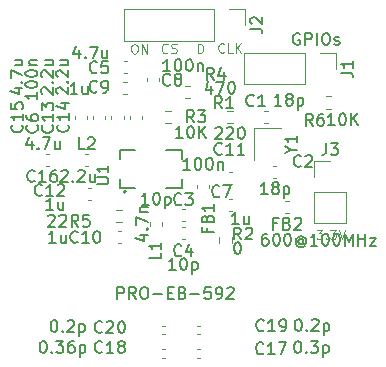
<source format=gbr>
%TF.GenerationSoftware,KiCad,Pcbnew,8.0.6-8.0.6-0~ubuntu20.04.1*%
%TF.CreationDate,2024-11-02T23:17:14+01:00*%
%TF.ProjectId,CYW43439,43595734-3334-4333-992e-6b696361645f,rev?*%
%TF.SameCoordinates,Original*%
%TF.FileFunction,Legend,Top*%
%TF.FilePolarity,Positive*%
%FSLAX46Y46*%
G04 Gerber Fmt 4.6, Leading zero omitted, Abs format (unit mm)*
G04 Created by KiCad (PCBNEW 8.0.6-8.0.6-0~ubuntu20.04.1) date 2024-11-02 23:17:14*
%MOMM*%
%LPD*%
G01*
G04 APERTURE LIST*
%ADD10C,0.100000*%
%ADD11C,0.150000*%
%ADD12C,0.120000*%
%ADD13C,0.127000*%
%ADD14C,0.200000*%
G04 APERTURE END LIST*
D10*
X144013408Y-86370704D02*
X143975312Y-86408800D01*
X143975312Y-86408800D02*
X143861027Y-86446895D01*
X143861027Y-86446895D02*
X143784836Y-86446895D01*
X143784836Y-86446895D02*
X143670550Y-86408800D01*
X143670550Y-86408800D02*
X143594360Y-86332609D01*
X143594360Y-86332609D02*
X143556265Y-86256419D01*
X143556265Y-86256419D02*
X143518169Y-86104038D01*
X143518169Y-86104038D02*
X143518169Y-85989752D01*
X143518169Y-85989752D02*
X143556265Y-85837371D01*
X143556265Y-85837371D02*
X143594360Y-85761180D01*
X143594360Y-85761180D02*
X143670550Y-85684990D01*
X143670550Y-85684990D02*
X143784836Y-85646895D01*
X143784836Y-85646895D02*
X143861027Y-85646895D01*
X143861027Y-85646895D02*
X143975312Y-85684990D01*
X143975312Y-85684990D02*
X144013408Y-85723085D01*
X144737217Y-86446895D02*
X144356265Y-86446895D01*
X144356265Y-86446895D02*
X144356265Y-85646895D01*
X145003884Y-86446895D02*
X145003884Y-85646895D01*
X145461027Y-86446895D02*
X145118169Y-85989752D01*
X145461027Y-85646895D02*
X145003884Y-86104038D01*
X139213408Y-86395704D02*
X139175312Y-86433800D01*
X139175312Y-86433800D02*
X139061027Y-86471895D01*
X139061027Y-86471895D02*
X138984836Y-86471895D01*
X138984836Y-86471895D02*
X138870550Y-86433800D01*
X138870550Y-86433800D02*
X138794360Y-86357609D01*
X138794360Y-86357609D02*
X138756265Y-86281419D01*
X138756265Y-86281419D02*
X138718169Y-86129038D01*
X138718169Y-86129038D02*
X138718169Y-86014752D01*
X138718169Y-86014752D02*
X138756265Y-85862371D01*
X138756265Y-85862371D02*
X138794360Y-85786180D01*
X138794360Y-85786180D02*
X138870550Y-85709990D01*
X138870550Y-85709990D02*
X138984836Y-85671895D01*
X138984836Y-85671895D02*
X139061027Y-85671895D01*
X139061027Y-85671895D02*
X139175312Y-85709990D01*
X139175312Y-85709990D02*
X139213408Y-85748085D01*
X139518169Y-86433800D02*
X139632455Y-86471895D01*
X139632455Y-86471895D02*
X139822931Y-86471895D01*
X139822931Y-86471895D02*
X139899122Y-86433800D01*
X139899122Y-86433800D02*
X139937217Y-86395704D01*
X139937217Y-86395704D02*
X139975312Y-86319514D01*
X139975312Y-86319514D02*
X139975312Y-86243323D01*
X139975312Y-86243323D02*
X139937217Y-86167133D01*
X139937217Y-86167133D02*
X139899122Y-86129038D01*
X139899122Y-86129038D02*
X139822931Y-86090942D01*
X139822931Y-86090942D02*
X139670550Y-86052847D01*
X139670550Y-86052847D02*
X139594360Y-86014752D01*
X139594360Y-86014752D02*
X139556265Y-85976657D01*
X139556265Y-85976657D02*
X139518169Y-85900466D01*
X139518169Y-85900466D02*
X139518169Y-85824276D01*
X139518169Y-85824276D02*
X139556265Y-85748085D01*
X139556265Y-85748085D02*
X139594360Y-85709990D01*
X139594360Y-85709990D02*
X139670550Y-85671895D01*
X139670550Y-85671895D02*
X139861027Y-85671895D01*
X139861027Y-85671895D02*
X139975312Y-85709990D01*
X141756265Y-86471895D02*
X141756265Y-85671895D01*
X141756265Y-85671895D02*
X141946741Y-85671895D01*
X141946741Y-85671895D02*
X142061027Y-85709990D01*
X142061027Y-85709990D02*
X142137217Y-85786180D01*
X142137217Y-85786180D02*
X142175312Y-85862371D01*
X142175312Y-85862371D02*
X142213408Y-86014752D01*
X142213408Y-86014752D02*
X142213408Y-86129038D01*
X142213408Y-86129038D02*
X142175312Y-86281419D01*
X142175312Y-86281419D02*
X142137217Y-86357609D01*
X142137217Y-86357609D02*
X142061027Y-86433800D01*
X142061027Y-86433800D02*
X141946741Y-86471895D01*
X141946741Y-86471895D02*
X141756265Y-86471895D01*
D11*
X134961779Y-107294819D02*
X134961779Y-106294819D01*
X134961779Y-106294819D02*
X135342731Y-106294819D01*
X135342731Y-106294819D02*
X135437969Y-106342438D01*
X135437969Y-106342438D02*
X135485588Y-106390057D01*
X135485588Y-106390057D02*
X135533207Y-106485295D01*
X135533207Y-106485295D02*
X135533207Y-106628152D01*
X135533207Y-106628152D02*
X135485588Y-106723390D01*
X135485588Y-106723390D02*
X135437969Y-106771009D01*
X135437969Y-106771009D02*
X135342731Y-106818628D01*
X135342731Y-106818628D02*
X134961779Y-106818628D01*
X136533207Y-107294819D02*
X136199874Y-106818628D01*
X135961779Y-107294819D02*
X135961779Y-106294819D01*
X135961779Y-106294819D02*
X136342731Y-106294819D01*
X136342731Y-106294819D02*
X136437969Y-106342438D01*
X136437969Y-106342438D02*
X136485588Y-106390057D01*
X136485588Y-106390057D02*
X136533207Y-106485295D01*
X136533207Y-106485295D02*
X136533207Y-106628152D01*
X136533207Y-106628152D02*
X136485588Y-106723390D01*
X136485588Y-106723390D02*
X136437969Y-106771009D01*
X136437969Y-106771009D02*
X136342731Y-106818628D01*
X136342731Y-106818628D02*
X135961779Y-106818628D01*
X137152255Y-106294819D02*
X137342731Y-106294819D01*
X137342731Y-106294819D02*
X137437969Y-106342438D01*
X137437969Y-106342438D02*
X137533207Y-106437676D01*
X137533207Y-106437676D02*
X137580826Y-106628152D01*
X137580826Y-106628152D02*
X137580826Y-106961485D01*
X137580826Y-106961485D02*
X137533207Y-107151961D01*
X137533207Y-107151961D02*
X137437969Y-107247200D01*
X137437969Y-107247200D02*
X137342731Y-107294819D01*
X137342731Y-107294819D02*
X137152255Y-107294819D01*
X137152255Y-107294819D02*
X137057017Y-107247200D01*
X137057017Y-107247200D02*
X136961779Y-107151961D01*
X136961779Y-107151961D02*
X136914160Y-106961485D01*
X136914160Y-106961485D02*
X136914160Y-106628152D01*
X136914160Y-106628152D02*
X136961779Y-106437676D01*
X136961779Y-106437676D02*
X137057017Y-106342438D01*
X137057017Y-106342438D02*
X137152255Y-106294819D01*
X138009398Y-106913866D02*
X138771303Y-106913866D01*
X139247493Y-106771009D02*
X139580826Y-106771009D01*
X139723683Y-107294819D02*
X139247493Y-107294819D01*
X139247493Y-107294819D02*
X139247493Y-106294819D01*
X139247493Y-106294819D02*
X139723683Y-106294819D01*
X140485588Y-106771009D02*
X140628445Y-106818628D01*
X140628445Y-106818628D02*
X140676064Y-106866247D01*
X140676064Y-106866247D02*
X140723683Y-106961485D01*
X140723683Y-106961485D02*
X140723683Y-107104342D01*
X140723683Y-107104342D02*
X140676064Y-107199580D01*
X140676064Y-107199580D02*
X140628445Y-107247200D01*
X140628445Y-107247200D02*
X140533207Y-107294819D01*
X140533207Y-107294819D02*
X140152255Y-107294819D01*
X140152255Y-107294819D02*
X140152255Y-106294819D01*
X140152255Y-106294819D02*
X140485588Y-106294819D01*
X140485588Y-106294819D02*
X140580826Y-106342438D01*
X140580826Y-106342438D02*
X140628445Y-106390057D01*
X140628445Y-106390057D02*
X140676064Y-106485295D01*
X140676064Y-106485295D02*
X140676064Y-106580533D01*
X140676064Y-106580533D02*
X140628445Y-106675771D01*
X140628445Y-106675771D02*
X140580826Y-106723390D01*
X140580826Y-106723390D02*
X140485588Y-106771009D01*
X140485588Y-106771009D02*
X140152255Y-106771009D01*
X141152255Y-106913866D02*
X141914160Y-106913866D01*
X142866540Y-106294819D02*
X142390350Y-106294819D01*
X142390350Y-106294819D02*
X142342731Y-106771009D01*
X142342731Y-106771009D02*
X142390350Y-106723390D01*
X142390350Y-106723390D02*
X142485588Y-106675771D01*
X142485588Y-106675771D02*
X142723683Y-106675771D01*
X142723683Y-106675771D02*
X142818921Y-106723390D01*
X142818921Y-106723390D02*
X142866540Y-106771009D01*
X142866540Y-106771009D02*
X142914159Y-106866247D01*
X142914159Y-106866247D02*
X142914159Y-107104342D01*
X142914159Y-107104342D02*
X142866540Y-107199580D01*
X142866540Y-107199580D02*
X142818921Y-107247200D01*
X142818921Y-107247200D02*
X142723683Y-107294819D01*
X142723683Y-107294819D02*
X142485588Y-107294819D01*
X142485588Y-107294819D02*
X142390350Y-107247200D01*
X142390350Y-107247200D02*
X142342731Y-107199580D01*
X143390350Y-107294819D02*
X143580826Y-107294819D01*
X143580826Y-107294819D02*
X143676064Y-107247200D01*
X143676064Y-107247200D02*
X143723683Y-107199580D01*
X143723683Y-107199580D02*
X143818921Y-107056723D01*
X143818921Y-107056723D02*
X143866540Y-106866247D01*
X143866540Y-106866247D02*
X143866540Y-106485295D01*
X143866540Y-106485295D02*
X143818921Y-106390057D01*
X143818921Y-106390057D02*
X143771302Y-106342438D01*
X143771302Y-106342438D02*
X143676064Y-106294819D01*
X143676064Y-106294819D02*
X143485588Y-106294819D01*
X143485588Y-106294819D02*
X143390350Y-106342438D01*
X143390350Y-106342438D02*
X143342731Y-106390057D01*
X143342731Y-106390057D02*
X143295112Y-106485295D01*
X143295112Y-106485295D02*
X143295112Y-106723390D01*
X143295112Y-106723390D02*
X143342731Y-106818628D01*
X143342731Y-106818628D02*
X143390350Y-106866247D01*
X143390350Y-106866247D02*
X143485588Y-106913866D01*
X143485588Y-106913866D02*
X143676064Y-106913866D01*
X143676064Y-106913866D02*
X143771302Y-106866247D01*
X143771302Y-106866247D02*
X143818921Y-106818628D01*
X143818921Y-106818628D02*
X143866540Y-106723390D01*
X144247493Y-106390057D02*
X144295112Y-106342438D01*
X144295112Y-106342438D02*
X144390350Y-106294819D01*
X144390350Y-106294819D02*
X144628445Y-106294819D01*
X144628445Y-106294819D02*
X144723683Y-106342438D01*
X144723683Y-106342438D02*
X144771302Y-106390057D01*
X144771302Y-106390057D02*
X144818921Y-106485295D01*
X144818921Y-106485295D02*
X144818921Y-106580533D01*
X144818921Y-106580533D02*
X144771302Y-106723390D01*
X144771302Y-106723390D02*
X144199874Y-107294819D01*
X144199874Y-107294819D02*
X144818921Y-107294819D01*
D10*
X136333646Y-85721895D02*
X136486027Y-85721895D01*
X136486027Y-85721895D02*
X136562217Y-85759990D01*
X136562217Y-85759990D02*
X136638408Y-85836180D01*
X136638408Y-85836180D02*
X136676503Y-85988561D01*
X136676503Y-85988561D02*
X136676503Y-86255228D01*
X136676503Y-86255228D02*
X136638408Y-86407609D01*
X136638408Y-86407609D02*
X136562217Y-86483800D01*
X136562217Y-86483800D02*
X136486027Y-86521895D01*
X136486027Y-86521895D02*
X136333646Y-86521895D01*
X136333646Y-86521895D02*
X136257455Y-86483800D01*
X136257455Y-86483800D02*
X136181265Y-86407609D01*
X136181265Y-86407609D02*
X136143169Y-86255228D01*
X136143169Y-86255228D02*
X136143169Y-85988561D01*
X136143169Y-85988561D02*
X136181265Y-85836180D01*
X136181265Y-85836180D02*
X136257455Y-85759990D01*
X136257455Y-85759990D02*
X136333646Y-85721895D01*
X137019360Y-86521895D02*
X137019360Y-85721895D01*
X137019360Y-85721895D02*
X137476503Y-86521895D01*
X137476503Y-86521895D02*
X137476503Y-85721895D01*
X151830074Y-101446895D02*
X152325312Y-101446895D01*
X152325312Y-101446895D02*
X152058646Y-101751657D01*
X152058646Y-101751657D02*
X152172931Y-101751657D01*
X152172931Y-101751657D02*
X152249122Y-101789752D01*
X152249122Y-101789752D02*
X152287217Y-101827847D01*
X152287217Y-101827847D02*
X152325312Y-101904038D01*
X152325312Y-101904038D02*
X152325312Y-102094514D01*
X152325312Y-102094514D02*
X152287217Y-102170704D01*
X152287217Y-102170704D02*
X152249122Y-102208800D01*
X152249122Y-102208800D02*
X152172931Y-102246895D01*
X152172931Y-102246895D02*
X151944360Y-102246895D01*
X151944360Y-102246895D02*
X151868169Y-102208800D01*
X151868169Y-102208800D02*
X151830074Y-102170704D01*
X152668170Y-102170704D02*
X152706265Y-102208800D01*
X152706265Y-102208800D02*
X152668170Y-102246895D01*
X152668170Y-102246895D02*
X152630074Y-102208800D01*
X152630074Y-102208800D02*
X152668170Y-102170704D01*
X152668170Y-102170704D02*
X152668170Y-102246895D01*
X152972931Y-101446895D02*
X153468169Y-101446895D01*
X153468169Y-101446895D02*
X153201503Y-101751657D01*
X153201503Y-101751657D02*
X153315788Y-101751657D01*
X153315788Y-101751657D02*
X153391979Y-101789752D01*
X153391979Y-101789752D02*
X153430074Y-101827847D01*
X153430074Y-101827847D02*
X153468169Y-101904038D01*
X153468169Y-101904038D02*
X153468169Y-102094514D01*
X153468169Y-102094514D02*
X153430074Y-102170704D01*
X153430074Y-102170704D02*
X153391979Y-102208800D01*
X153391979Y-102208800D02*
X153315788Y-102246895D01*
X153315788Y-102246895D02*
X153087217Y-102246895D01*
X153087217Y-102246895D02*
X153011026Y-102208800D01*
X153011026Y-102208800D02*
X152972931Y-102170704D01*
X153696741Y-101446895D02*
X153963408Y-102246895D01*
X153963408Y-102246895D02*
X154230074Y-101446895D01*
D11*
X149678628Y-94651190D02*
X150154819Y-94651190D01*
X149154819Y-94984523D02*
X149678628Y-94651190D01*
X149678628Y-94651190D02*
X149154819Y-94317857D01*
X150154819Y-93460714D02*
X150154819Y-94032142D01*
X150154819Y-93746428D02*
X149154819Y-93746428D01*
X149154819Y-93746428D02*
X149297676Y-93841666D01*
X149297676Y-93841666D02*
X149392914Y-93936904D01*
X149392914Y-93936904D02*
X149440533Y-94032142D01*
X129459580Y-92592857D02*
X129507200Y-92640476D01*
X129507200Y-92640476D02*
X129554819Y-92783333D01*
X129554819Y-92783333D02*
X129554819Y-92878571D01*
X129554819Y-92878571D02*
X129507200Y-93021428D01*
X129507200Y-93021428D02*
X129411961Y-93116666D01*
X129411961Y-93116666D02*
X129316723Y-93164285D01*
X129316723Y-93164285D02*
X129126247Y-93211904D01*
X129126247Y-93211904D02*
X128983390Y-93211904D01*
X128983390Y-93211904D02*
X128792914Y-93164285D01*
X128792914Y-93164285D02*
X128697676Y-93116666D01*
X128697676Y-93116666D02*
X128602438Y-93021428D01*
X128602438Y-93021428D02*
X128554819Y-92878571D01*
X128554819Y-92878571D02*
X128554819Y-92783333D01*
X128554819Y-92783333D02*
X128602438Y-92640476D01*
X128602438Y-92640476D02*
X128650057Y-92592857D01*
X129554819Y-91640476D02*
X129554819Y-92211904D01*
X129554819Y-91926190D02*
X128554819Y-91926190D01*
X128554819Y-91926190D02*
X128697676Y-92021428D01*
X128697676Y-92021428D02*
X128792914Y-92116666D01*
X128792914Y-92116666D02*
X128840533Y-92211904D01*
X128554819Y-91307142D02*
X128554819Y-90688095D01*
X128554819Y-90688095D02*
X128935771Y-91021428D01*
X128935771Y-91021428D02*
X128935771Y-90878571D01*
X128935771Y-90878571D02*
X128983390Y-90783333D01*
X128983390Y-90783333D02*
X129031009Y-90735714D01*
X129031009Y-90735714D02*
X129126247Y-90688095D01*
X129126247Y-90688095D02*
X129364342Y-90688095D01*
X129364342Y-90688095D02*
X129459580Y-90735714D01*
X129459580Y-90735714D02*
X129507200Y-90783333D01*
X129507200Y-90783333D02*
X129554819Y-90878571D01*
X129554819Y-90878571D02*
X129554819Y-91164285D01*
X129554819Y-91164285D02*
X129507200Y-91259523D01*
X129507200Y-91259523D02*
X129459580Y-91307142D01*
X128625057Y-89952380D02*
X128577438Y-89904761D01*
X128577438Y-89904761D02*
X128529819Y-89809523D01*
X128529819Y-89809523D02*
X128529819Y-89571428D01*
X128529819Y-89571428D02*
X128577438Y-89476190D01*
X128577438Y-89476190D02*
X128625057Y-89428571D01*
X128625057Y-89428571D02*
X128720295Y-89380952D01*
X128720295Y-89380952D02*
X128815533Y-89380952D01*
X128815533Y-89380952D02*
X128958390Y-89428571D01*
X128958390Y-89428571D02*
X129529819Y-89999999D01*
X129529819Y-89999999D02*
X129529819Y-89380952D01*
X129434580Y-88952380D02*
X129482200Y-88904761D01*
X129482200Y-88904761D02*
X129529819Y-88952380D01*
X129529819Y-88952380D02*
X129482200Y-88999999D01*
X129482200Y-88999999D02*
X129434580Y-88952380D01*
X129434580Y-88952380D02*
X129529819Y-88952380D01*
X128625057Y-88523809D02*
X128577438Y-88476190D01*
X128577438Y-88476190D02*
X128529819Y-88380952D01*
X128529819Y-88380952D02*
X128529819Y-88142857D01*
X128529819Y-88142857D02*
X128577438Y-88047619D01*
X128577438Y-88047619D02*
X128625057Y-88000000D01*
X128625057Y-88000000D02*
X128720295Y-87952381D01*
X128720295Y-87952381D02*
X128815533Y-87952381D01*
X128815533Y-87952381D02*
X128958390Y-88000000D01*
X128958390Y-88000000D02*
X129529819Y-88571428D01*
X129529819Y-88571428D02*
X129529819Y-87952381D01*
X128863152Y-87095238D02*
X129529819Y-87095238D01*
X128863152Y-87523809D02*
X129386961Y-87523809D01*
X129386961Y-87523809D02*
X129482200Y-87476190D01*
X129482200Y-87476190D02*
X129529819Y-87380952D01*
X129529819Y-87380952D02*
X129529819Y-87238095D01*
X129529819Y-87238095D02*
X129482200Y-87142857D01*
X129482200Y-87142857D02*
X129434580Y-87095238D01*
X140383333Y-99259580D02*
X140335714Y-99307200D01*
X140335714Y-99307200D02*
X140192857Y-99354819D01*
X140192857Y-99354819D02*
X140097619Y-99354819D01*
X140097619Y-99354819D02*
X139954762Y-99307200D01*
X139954762Y-99307200D02*
X139859524Y-99211961D01*
X139859524Y-99211961D02*
X139811905Y-99116723D01*
X139811905Y-99116723D02*
X139764286Y-98926247D01*
X139764286Y-98926247D02*
X139764286Y-98783390D01*
X139764286Y-98783390D02*
X139811905Y-98592914D01*
X139811905Y-98592914D02*
X139859524Y-98497676D01*
X139859524Y-98497676D02*
X139954762Y-98402438D01*
X139954762Y-98402438D02*
X140097619Y-98354819D01*
X140097619Y-98354819D02*
X140192857Y-98354819D01*
X140192857Y-98354819D02*
X140335714Y-98402438D01*
X140335714Y-98402438D02*
X140383333Y-98450057D01*
X140716667Y-98354819D02*
X141335714Y-98354819D01*
X141335714Y-98354819D02*
X141002381Y-98735771D01*
X141002381Y-98735771D02*
X141145238Y-98735771D01*
X141145238Y-98735771D02*
X141240476Y-98783390D01*
X141240476Y-98783390D02*
X141288095Y-98831009D01*
X141288095Y-98831009D02*
X141335714Y-98926247D01*
X141335714Y-98926247D02*
X141335714Y-99164342D01*
X141335714Y-99164342D02*
X141288095Y-99259580D01*
X141288095Y-99259580D02*
X141240476Y-99307200D01*
X141240476Y-99307200D02*
X141145238Y-99354819D01*
X141145238Y-99354819D02*
X140859524Y-99354819D01*
X140859524Y-99354819D02*
X140764286Y-99307200D01*
X140764286Y-99307200D02*
X140716667Y-99259580D01*
X137607142Y-99304819D02*
X137035714Y-99304819D01*
X137321428Y-99304819D02*
X137321428Y-98304819D01*
X137321428Y-98304819D02*
X137226190Y-98447676D01*
X137226190Y-98447676D02*
X137130952Y-98542914D01*
X137130952Y-98542914D02*
X137035714Y-98590533D01*
X138226190Y-98304819D02*
X138321428Y-98304819D01*
X138321428Y-98304819D02*
X138416666Y-98352438D01*
X138416666Y-98352438D02*
X138464285Y-98400057D01*
X138464285Y-98400057D02*
X138511904Y-98495295D01*
X138511904Y-98495295D02*
X138559523Y-98685771D01*
X138559523Y-98685771D02*
X138559523Y-98923866D01*
X138559523Y-98923866D02*
X138511904Y-99114342D01*
X138511904Y-99114342D02*
X138464285Y-99209580D01*
X138464285Y-99209580D02*
X138416666Y-99257200D01*
X138416666Y-99257200D02*
X138321428Y-99304819D01*
X138321428Y-99304819D02*
X138226190Y-99304819D01*
X138226190Y-99304819D02*
X138130952Y-99257200D01*
X138130952Y-99257200D02*
X138083333Y-99209580D01*
X138083333Y-99209580D02*
X138035714Y-99114342D01*
X138035714Y-99114342D02*
X137988095Y-98923866D01*
X137988095Y-98923866D02*
X137988095Y-98685771D01*
X137988095Y-98685771D02*
X138035714Y-98495295D01*
X138035714Y-98495295D02*
X138083333Y-98400057D01*
X138083333Y-98400057D02*
X138130952Y-98352438D01*
X138130952Y-98352438D02*
X138226190Y-98304819D01*
X138988095Y-98638152D02*
X138988095Y-99638152D01*
X138988095Y-98685771D02*
X139083333Y-98638152D01*
X139083333Y-98638152D02*
X139273809Y-98638152D01*
X139273809Y-98638152D02*
X139369047Y-98685771D01*
X139369047Y-98685771D02*
X139416666Y-98733390D01*
X139416666Y-98733390D02*
X139464285Y-98828628D01*
X139464285Y-98828628D02*
X139464285Y-99114342D01*
X139464285Y-99114342D02*
X139416666Y-99209580D01*
X139416666Y-99209580D02*
X139369047Y-99257200D01*
X139369047Y-99257200D02*
X139273809Y-99304819D01*
X139273809Y-99304819D02*
X139083333Y-99304819D01*
X139083333Y-99304819D02*
X138988095Y-99257200D01*
X133682142Y-110084580D02*
X133634523Y-110132200D01*
X133634523Y-110132200D02*
X133491666Y-110179819D01*
X133491666Y-110179819D02*
X133396428Y-110179819D01*
X133396428Y-110179819D02*
X133253571Y-110132200D01*
X133253571Y-110132200D02*
X133158333Y-110036961D01*
X133158333Y-110036961D02*
X133110714Y-109941723D01*
X133110714Y-109941723D02*
X133063095Y-109751247D01*
X133063095Y-109751247D02*
X133063095Y-109608390D01*
X133063095Y-109608390D02*
X133110714Y-109417914D01*
X133110714Y-109417914D02*
X133158333Y-109322676D01*
X133158333Y-109322676D02*
X133253571Y-109227438D01*
X133253571Y-109227438D02*
X133396428Y-109179819D01*
X133396428Y-109179819D02*
X133491666Y-109179819D01*
X133491666Y-109179819D02*
X133634523Y-109227438D01*
X133634523Y-109227438D02*
X133682142Y-109275057D01*
X134063095Y-109275057D02*
X134110714Y-109227438D01*
X134110714Y-109227438D02*
X134205952Y-109179819D01*
X134205952Y-109179819D02*
X134444047Y-109179819D01*
X134444047Y-109179819D02*
X134539285Y-109227438D01*
X134539285Y-109227438D02*
X134586904Y-109275057D01*
X134586904Y-109275057D02*
X134634523Y-109370295D01*
X134634523Y-109370295D02*
X134634523Y-109465533D01*
X134634523Y-109465533D02*
X134586904Y-109608390D01*
X134586904Y-109608390D02*
X134015476Y-110179819D01*
X134015476Y-110179819D02*
X134634523Y-110179819D01*
X135253571Y-109179819D02*
X135348809Y-109179819D01*
X135348809Y-109179819D02*
X135444047Y-109227438D01*
X135444047Y-109227438D02*
X135491666Y-109275057D01*
X135491666Y-109275057D02*
X135539285Y-109370295D01*
X135539285Y-109370295D02*
X135586904Y-109560771D01*
X135586904Y-109560771D02*
X135586904Y-109798866D01*
X135586904Y-109798866D02*
X135539285Y-109989342D01*
X135539285Y-109989342D02*
X135491666Y-110084580D01*
X135491666Y-110084580D02*
X135444047Y-110132200D01*
X135444047Y-110132200D02*
X135348809Y-110179819D01*
X135348809Y-110179819D02*
X135253571Y-110179819D01*
X135253571Y-110179819D02*
X135158333Y-110132200D01*
X135158333Y-110132200D02*
X135110714Y-110084580D01*
X135110714Y-110084580D02*
X135063095Y-109989342D01*
X135063095Y-109989342D02*
X135015476Y-109798866D01*
X135015476Y-109798866D02*
X135015476Y-109560771D01*
X135015476Y-109560771D02*
X135063095Y-109370295D01*
X135063095Y-109370295D02*
X135110714Y-109275057D01*
X135110714Y-109275057D02*
X135158333Y-109227438D01*
X135158333Y-109227438D02*
X135253571Y-109179819D01*
X129560714Y-109079819D02*
X129655952Y-109079819D01*
X129655952Y-109079819D02*
X129751190Y-109127438D01*
X129751190Y-109127438D02*
X129798809Y-109175057D01*
X129798809Y-109175057D02*
X129846428Y-109270295D01*
X129846428Y-109270295D02*
X129894047Y-109460771D01*
X129894047Y-109460771D02*
X129894047Y-109698866D01*
X129894047Y-109698866D02*
X129846428Y-109889342D01*
X129846428Y-109889342D02*
X129798809Y-109984580D01*
X129798809Y-109984580D02*
X129751190Y-110032200D01*
X129751190Y-110032200D02*
X129655952Y-110079819D01*
X129655952Y-110079819D02*
X129560714Y-110079819D01*
X129560714Y-110079819D02*
X129465476Y-110032200D01*
X129465476Y-110032200D02*
X129417857Y-109984580D01*
X129417857Y-109984580D02*
X129370238Y-109889342D01*
X129370238Y-109889342D02*
X129322619Y-109698866D01*
X129322619Y-109698866D02*
X129322619Y-109460771D01*
X129322619Y-109460771D02*
X129370238Y-109270295D01*
X129370238Y-109270295D02*
X129417857Y-109175057D01*
X129417857Y-109175057D02*
X129465476Y-109127438D01*
X129465476Y-109127438D02*
X129560714Y-109079819D01*
X130322619Y-109984580D02*
X130370238Y-110032200D01*
X130370238Y-110032200D02*
X130322619Y-110079819D01*
X130322619Y-110079819D02*
X130275000Y-110032200D01*
X130275000Y-110032200D02*
X130322619Y-109984580D01*
X130322619Y-109984580D02*
X130322619Y-110079819D01*
X130751190Y-109175057D02*
X130798809Y-109127438D01*
X130798809Y-109127438D02*
X130894047Y-109079819D01*
X130894047Y-109079819D02*
X131132142Y-109079819D01*
X131132142Y-109079819D02*
X131227380Y-109127438D01*
X131227380Y-109127438D02*
X131274999Y-109175057D01*
X131274999Y-109175057D02*
X131322618Y-109270295D01*
X131322618Y-109270295D02*
X131322618Y-109365533D01*
X131322618Y-109365533D02*
X131274999Y-109508390D01*
X131274999Y-109508390D02*
X130703571Y-110079819D01*
X130703571Y-110079819D02*
X131322618Y-110079819D01*
X131751190Y-109413152D02*
X131751190Y-110413152D01*
X131751190Y-109460771D02*
X131846428Y-109413152D01*
X131846428Y-109413152D02*
X132036904Y-109413152D01*
X132036904Y-109413152D02*
X132132142Y-109460771D01*
X132132142Y-109460771D02*
X132179761Y-109508390D01*
X132179761Y-109508390D02*
X132227380Y-109603628D01*
X132227380Y-109603628D02*
X132227380Y-109889342D01*
X132227380Y-109889342D02*
X132179761Y-109984580D01*
X132179761Y-109984580D02*
X132132142Y-110032200D01*
X132132142Y-110032200D02*
X132036904Y-110079819D01*
X132036904Y-110079819D02*
X131846428Y-110079819D01*
X131846428Y-110079819D02*
X131751190Y-110032200D01*
X152641666Y-94099819D02*
X152641666Y-94814104D01*
X152641666Y-94814104D02*
X152594047Y-94956961D01*
X152594047Y-94956961D02*
X152498809Y-95052200D01*
X152498809Y-95052200D02*
X152355952Y-95099819D01*
X152355952Y-95099819D02*
X152260714Y-95099819D01*
X153022619Y-94099819D02*
X153641666Y-94099819D01*
X153641666Y-94099819D02*
X153308333Y-94480771D01*
X153308333Y-94480771D02*
X153451190Y-94480771D01*
X153451190Y-94480771D02*
X153546428Y-94528390D01*
X153546428Y-94528390D02*
X153594047Y-94576009D01*
X153594047Y-94576009D02*
X153641666Y-94671247D01*
X153641666Y-94671247D02*
X153641666Y-94909342D01*
X153641666Y-94909342D02*
X153594047Y-95004580D01*
X153594047Y-95004580D02*
X153546428Y-95052200D01*
X153546428Y-95052200D02*
X153451190Y-95099819D01*
X153451190Y-95099819D02*
X153165476Y-95099819D01*
X153165476Y-95099819D02*
X153070238Y-95052200D01*
X153070238Y-95052200D02*
X153022619Y-95004580D01*
X142581009Y-101333333D02*
X142581009Y-101666666D01*
X143104819Y-101666666D02*
X142104819Y-101666666D01*
X142104819Y-101666666D02*
X142104819Y-101190476D01*
X142581009Y-100476190D02*
X142628628Y-100333333D01*
X142628628Y-100333333D02*
X142676247Y-100285714D01*
X142676247Y-100285714D02*
X142771485Y-100238095D01*
X142771485Y-100238095D02*
X142914342Y-100238095D01*
X142914342Y-100238095D02*
X143009580Y-100285714D01*
X143009580Y-100285714D02*
X143057200Y-100333333D01*
X143057200Y-100333333D02*
X143104819Y-100428571D01*
X143104819Y-100428571D02*
X143104819Y-100809523D01*
X143104819Y-100809523D02*
X142104819Y-100809523D01*
X142104819Y-100809523D02*
X142104819Y-100476190D01*
X142104819Y-100476190D02*
X142152438Y-100380952D01*
X142152438Y-100380952D02*
X142200057Y-100333333D01*
X142200057Y-100333333D02*
X142295295Y-100285714D01*
X142295295Y-100285714D02*
X142390533Y-100285714D01*
X142390533Y-100285714D02*
X142485771Y-100333333D01*
X142485771Y-100333333D02*
X142533390Y-100380952D01*
X142533390Y-100380952D02*
X142581009Y-100476190D01*
X142581009Y-100476190D02*
X142581009Y-100809523D01*
X143104819Y-99285714D02*
X143104819Y-99857142D01*
X143104819Y-99571428D02*
X142104819Y-99571428D01*
X142104819Y-99571428D02*
X142247676Y-99666666D01*
X142247676Y-99666666D02*
X142342914Y-99761904D01*
X142342914Y-99761904D02*
X142390533Y-99857142D01*
X128159580Y-92591666D02*
X128207200Y-92639285D01*
X128207200Y-92639285D02*
X128254819Y-92782142D01*
X128254819Y-92782142D02*
X128254819Y-92877380D01*
X128254819Y-92877380D02*
X128207200Y-93020237D01*
X128207200Y-93020237D02*
X128111961Y-93115475D01*
X128111961Y-93115475D02*
X128016723Y-93163094D01*
X128016723Y-93163094D02*
X127826247Y-93210713D01*
X127826247Y-93210713D02*
X127683390Y-93210713D01*
X127683390Y-93210713D02*
X127492914Y-93163094D01*
X127492914Y-93163094D02*
X127397676Y-93115475D01*
X127397676Y-93115475D02*
X127302438Y-93020237D01*
X127302438Y-93020237D02*
X127254819Y-92877380D01*
X127254819Y-92877380D02*
X127254819Y-92782142D01*
X127254819Y-92782142D02*
X127302438Y-92639285D01*
X127302438Y-92639285D02*
X127350057Y-92591666D01*
X127254819Y-91734523D02*
X127254819Y-91924999D01*
X127254819Y-91924999D02*
X127302438Y-92020237D01*
X127302438Y-92020237D02*
X127350057Y-92067856D01*
X127350057Y-92067856D02*
X127492914Y-92163094D01*
X127492914Y-92163094D02*
X127683390Y-92210713D01*
X127683390Y-92210713D02*
X128064342Y-92210713D01*
X128064342Y-92210713D02*
X128159580Y-92163094D01*
X128159580Y-92163094D02*
X128207200Y-92115475D01*
X128207200Y-92115475D02*
X128254819Y-92020237D01*
X128254819Y-92020237D02*
X128254819Y-91829761D01*
X128254819Y-91829761D02*
X128207200Y-91734523D01*
X128207200Y-91734523D02*
X128159580Y-91686904D01*
X128159580Y-91686904D02*
X128064342Y-91639285D01*
X128064342Y-91639285D02*
X127826247Y-91639285D01*
X127826247Y-91639285D02*
X127731009Y-91686904D01*
X127731009Y-91686904D02*
X127683390Y-91734523D01*
X127683390Y-91734523D02*
X127635771Y-91829761D01*
X127635771Y-91829761D02*
X127635771Y-92020237D01*
X127635771Y-92020237D02*
X127683390Y-92115475D01*
X127683390Y-92115475D02*
X127731009Y-92163094D01*
X127731009Y-92163094D02*
X127826247Y-92210713D01*
X128179819Y-89819047D02*
X128179819Y-90390475D01*
X128179819Y-90104761D02*
X127179819Y-90104761D01*
X127179819Y-90104761D02*
X127322676Y-90199999D01*
X127322676Y-90199999D02*
X127417914Y-90295237D01*
X127417914Y-90295237D02*
X127465533Y-90390475D01*
X127179819Y-89199999D02*
X127179819Y-89104761D01*
X127179819Y-89104761D02*
X127227438Y-89009523D01*
X127227438Y-89009523D02*
X127275057Y-88961904D01*
X127275057Y-88961904D02*
X127370295Y-88914285D01*
X127370295Y-88914285D02*
X127560771Y-88866666D01*
X127560771Y-88866666D02*
X127798866Y-88866666D01*
X127798866Y-88866666D02*
X127989342Y-88914285D01*
X127989342Y-88914285D02*
X128084580Y-88961904D01*
X128084580Y-88961904D02*
X128132200Y-89009523D01*
X128132200Y-89009523D02*
X128179819Y-89104761D01*
X128179819Y-89104761D02*
X128179819Y-89199999D01*
X128179819Y-89199999D02*
X128132200Y-89295237D01*
X128132200Y-89295237D02*
X128084580Y-89342856D01*
X128084580Y-89342856D02*
X127989342Y-89390475D01*
X127989342Y-89390475D02*
X127798866Y-89438094D01*
X127798866Y-89438094D02*
X127560771Y-89438094D01*
X127560771Y-89438094D02*
X127370295Y-89390475D01*
X127370295Y-89390475D02*
X127275057Y-89342856D01*
X127275057Y-89342856D02*
X127227438Y-89295237D01*
X127227438Y-89295237D02*
X127179819Y-89199999D01*
X127179819Y-88247618D02*
X127179819Y-88152380D01*
X127179819Y-88152380D02*
X127227438Y-88057142D01*
X127227438Y-88057142D02*
X127275057Y-88009523D01*
X127275057Y-88009523D02*
X127370295Y-87961904D01*
X127370295Y-87961904D02*
X127560771Y-87914285D01*
X127560771Y-87914285D02*
X127798866Y-87914285D01*
X127798866Y-87914285D02*
X127989342Y-87961904D01*
X127989342Y-87961904D02*
X128084580Y-88009523D01*
X128084580Y-88009523D02*
X128132200Y-88057142D01*
X128132200Y-88057142D02*
X128179819Y-88152380D01*
X128179819Y-88152380D02*
X128179819Y-88247618D01*
X128179819Y-88247618D02*
X128132200Y-88342856D01*
X128132200Y-88342856D02*
X128084580Y-88390475D01*
X128084580Y-88390475D02*
X127989342Y-88438094D01*
X127989342Y-88438094D02*
X127798866Y-88485713D01*
X127798866Y-88485713D02*
X127560771Y-88485713D01*
X127560771Y-88485713D02*
X127370295Y-88438094D01*
X127370295Y-88438094D02*
X127275057Y-88390475D01*
X127275057Y-88390475D02*
X127227438Y-88342856D01*
X127227438Y-88342856D02*
X127179819Y-88247618D01*
X127513152Y-87485713D02*
X128179819Y-87485713D01*
X127608390Y-87485713D02*
X127560771Y-87438094D01*
X127560771Y-87438094D02*
X127513152Y-87342856D01*
X127513152Y-87342856D02*
X127513152Y-87199999D01*
X127513152Y-87199999D02*
X127560771Y-87104761D01*
X127560771Y-87104761D02*
X127656009Y-87057142D01*
X127656009Y-87057142D02*
X128179819Y-87057142D01*
X148491666Y-100906009D02*
X148158333Y-100906009D01*
X148158333Y-101429819D02*
X148158333Y-100429819D01*
X148158333Y-100429819D02*
X148634523Y-100429819D01*
X149348809Y-100906009D02*
X149491666Y-100953628D01*
X149491666Y-100953628D02*
X149539285Y-101001247D01*
X149539285Y-101001247D02*
X149586904Y-101096485D01*
X149586904Y-101096485D02*
X149586904Y-101239342D01*
X149586904Y-101239342D02*
X149539285Y-101334580D01*
X149539285Y-101334580D02*
X149491666Y-101382200D01*
X149491666Y-101382200D02*
X149396428Y-101429819D01*
X149396428Y-101429819D02*
X149015476Y-101429819D01*
X149015476Y-101429819D02*
X149015476Y-100429819D01*
X149015476Y-100429819D02*
X149348809Y-100429819D01*
X149348809Y-100429819D02*
X149444047Y-100477438D01*
X149444047Y-100477438D02*
X149491666Y-100525057D01*
X149491666Y-100525057D02*
X149539285Y-100620295D01*
X149539285Y-100620295D02*
X149539285Y-100715533D01*
X149539285Y-100715533D02*
X149491666Y-100810771D01*
X149491666Y-100810771D02*
X149444047Y-100858390D01*
X149444047Y-100858390D02*
X149348809Y-100906009D01*
X149348809Y-100906009D02*
X149015476Y-100906009D01*
X149967857Y-100525057D02*
X150015476Y-100477438D01*
X150015476Y-100477438D02*
X150110714Y-100429819D01*
X150110714Y-100429819D02*
X150348809Y-100429819D01*
X150348809Y-100429819D02*
X150444047Y-100477438D01*
X150444047Y-100477438D02*
X150491666Y-100525057D01*
X150491666Y-100525057D02*
X150539285Y-100620295D01*
X150539285Y-100620295D02*
X150539285Y-100715533D01*
X150539285Y-100715533D02*
X150491666Y-100858390D01*
X150491666Y-100858390D02*
X149920238Y-101429819D01*
X149920238Y-101429819D02*
X150539285Y-101429819D01*
X147666666Y-101779819D02*
X147476190Y-101779819D01*
X147476190Y-101779819D02*
X147380952Y-101827438D01*
X147380952Y-101827438D02*
X147333333Y-101875057D01*
X147333333Y-101875057D02*
X147238095Y-102017914D01*
X147238095Y-102017914D02*
X147190476Y-102208390D01*
X147190476Y-102208390D02*
X147190476Y-102589342D01*
X147190476Y-102589342D02*
X147238095Y-102684580D01*
X147238095Y-102684580D02*
X147285714Y-102732200D01*
X147285714Y-102732200D02*
X147380952Y-102779819D01*
X147380952Y-102779819D02*
X147571428Y-102779819D01*
X147571428Y-102779819D02*
X147666666Y-102732200D01*
X147666666Y-102732200D02*
X147714285Y-102684580D01*
X147714285Y-102684580D02*
X147761904Y-102589342D01*
X147761904Y-102589342D02*
X147761904Y-102351247D01*
X147761904Y-102351247D02*
X147714285Y-102256009D01*
X147714285Y-102256009D02*
X147666666Y-102208390D01*
X147666666Y-102208390D02*
X147571428Y-102160771D01*
X147571428Y-102160771D02*
X147380952Y-102160771D01*
X147380952Y-102160771D02*
X147285714Y-102208390D01*
X147285714Y-102208390D02*
X147238095Y-102256009D01*
X147238095Y-102256009D02*
X147190476Y-102351247D01*
X148380952Y-101779819D02*
X148476190Y-101779819D01*
X148476190Y-101779819D02*
X148571428Y-101827438D01*
X148571428Y-101827438D02*
X148619047Y-101875057D01*
X148619047Y-101875057D02*
X148666666Y-101970295D01*
X148666666Y-101970295D02*
X148714285Y-102160771D01*
X148714285Y-102160771D02*
X148714285Y-102398866D01*
X148714285Y-102398866D02*
X148666666Y-102589342D01*
X148666666Y-102589342D02*
X148619047Y-102684580D01*
X148619047Y-102684580D02*
X148571428Y-102732200D01*
X148571428Y-102732200D02*
X148476190Y-102779819D01*
X148476190Y-102779819D02*
X148380952Y-102779819D01*
X148380952Y-102779819D02*
X148285714Y-102732200D01*
X148285714Y-102732200D02*
X148238095Y-102684580D01*
X148238095Y-102684580D02*
X148190476Y-102589342D01*
X148190476Y-102589342D02*
X148142857Y-102398866D01*
X148142857Y-102398866D02*
X148142857Y-102160771D01*
X148142857Y-102160771D02*
X148190476Y-101970295D01*
X148190476Y-101970295D02*
X148238095Y-101875057D01*
X148238095Y-101875057D02*
X148285714Y-101827438D01*
X148285714Y-101827438D02*
X148380952Y-101779819D01*
X149333333Y-101779819D02*
X149428571Y-101779819D01*
X149428571Y-101779819D02*
X149523809Y-101827438D01*
X149523809Y-101827438D02*
X149571428Y-101875057D01*
X149571428Y-101875057D02*
X149619047Y-101970295D01*
X149619047Y-101970295D02*
X149666666Y-102160771D01*
X149666666Y-102160771D02*
X149666666Y-102398866D01*
X149666666Y-102398866D02*
X149619047Y-102589342D01*
X149619047Y-102589342D02*
X149571428Y-102684580D01*
X149571428Y-102684580D02*
X149523809Y-102732200D01*
X149523809Y-102732200D02*
X149428571Y-102779819D01*
X149428571Y-102779819D02*
X149333333Y-102779819D01*
X149333333Y-102779819D02*
X149238095Y-102732200D01*
X149238095Y-102732200D02*
X149190476Y-102684580D01*
X149190476Y-102684580D02*
X149142857Y-102589342D01*
X149142857Y-102589342D02*
X149095238Y-102398866D01*
X149095238Y-102398866D02*
X149095238Y-102160771D01*
X149095238Y-102160771D02*
X149142857Y-101970295D01*
X149142857Y-101970295D02*
X149190476Y-101875057D01*
X149190476Y-101875057D02*
X149238095Y-101827438D01*
X149238095Y-101827438D02*
X149333333Y-101779819D01*
X150714285Y-102303628D02*
X150666666Y-102256009D01*
X150666666Y-102256009D02*
X150571428Y-102208390D01*
X150571428Y-102208390D02*
X150476190Y-102208390D01*
X150476190Y-102208390D02*
X150380952Y-102256009D01*
X150380952Y-102256009D02*
X150333333Y-102303628D01*
X150333333Y-102303628D02*
X150285714Y-102398866D01*
X150285714Y-102398866D02*
X150285714Y-102494104D01*
X150285714Y-102494104D02*
X150333333Y-102589342D01*
X150333333Y-102589342D02*
X150380952Y-102636961D01*
X150380952Y-102636961D02*
X150476190Y-102684580D01*
X150476190Y-102684580D02*
X150571428Y-102684580D01*
X150571428Y-102684580D02*
X150666666Y-102636961D01*
X150666666Y-102636961D02*
X150714285Y-102589342D01*
X150714285Y-102208390D02*
X150714285Y-102589342D01*
X150714285Y-102589342D02*
X150761904Y-102636961D01*
X150761904Y-102636961D02*
X150809523Y-102636961D01*
X150809523Y-102636961D02*
X150904762Y-102589342D01*
X150904762Y-102589342D02*
X150952381Y-102494104D01*
X150952381Y-102494104D02*
X150952381Y-102256009D01*
X150952381Y-102256009D02*
X150857143Y-102113152D01*
X150857143Y-102113152D02*
X150714285Y-102017914D01*
X150714285Y-102017914D02*
X150523809Y-101970295D01*
X150523809Y-101970295D02*
X150333333Y-102017914D01*
X150333333Y-102017914D02*
X150190476Y-102113152D01*
X150190476Y-102113152D02*
X150095238Y-102256009D01*
X150095238Y-102256009D02*
X150047619Y-102446485D01*
X150047619Y-102446485D02*
X150095238Y-102636961D01*
X150095238Y-102636961D02*
X150190476Y-102779819D01*
X150190476Y-102779819D02*
X150333333Y-102875057D01*
X150333333Y-102875057D02*
X150523809Y-102922676D01*
X150523809Y-102922676D02*
X150714285Y-102875057D01*
X150714285Y-102875057D02*
X150857143Y-102779819D01*
X151904761Y-102779819D02*
X151333333Y-102779819D01*
X151619047Y-102779819D02*
X151619047Y-101779819D01*
X151619047Y-101779819D02*
X151523809Y-101922676D01*
X151523809Y-101922676D02*
X151428571Y-102017914D01*
X151428571Y-102017914D02*
X151333333Y-102065533D01*
X152523809Y-101779819D02*
X152619047Y-101779819D01*
X152619047Y-101779819D02*
X152714285Y-101827438D01*
X152714285Y-101827438D02*
X152761904Y-101875057D01*
X152761904Y-101875057D02*
X152809523Y-101970295D01*
X152809523Y-101970295D02*
X152857142Y-102160771D01*
X152857142Y-102160771D02*
X152857142Y-102398866D01*
X152857142Y-102398866D02*
X152809523Y-102589342D01*
X152809523Y-102589342D02*
X152761904Y-102684580D01*
X152761904Y-102684580D02*
X152714285Y-102732200D01*
X152714285Y-102732200D02*
X152619047Y-102779819D01*
X152619047Y-102779819D02*
X152523809Y-102779819D01*
X152523809Y-102779819D02*
X152428571Y-102732200D01*
X152428571Y-102732200D02*
X152380952Y-102684580D01*
X152380952Y-102684580D02*
X152333333Y-102589342D01*
X152333333Y-102589342D02*
X152285714Y-102398866D01*
X152285714Y-102398866D02*
X152285714Y-102160771D01*
X152285714Y-102160771D02*
X152333333Y-101970295D01*
X152333333Y-101970295D02*
X152380952Y-101875057D01*
X152380952Y-101875057D02*
X152428571Y-101827438D01*
X152428571Y-101827438D02*
X152523809Y-101779819D01*
X153476190Y-101779819D02*
X153571428Y-101779819D01*
X153571428Y-101779819D02*
X153666666Y-101827438D01*
X153666666Y-101827438D02*
X153714285Y-101875057D01*
X153714285Y-101875057D02*
X153761904Y-101970295D01*
X153761904Y-101970295D02*
X153809523Y-102160771D01*
X153809523Y-102160771D02*
X153809523Y-102398866D01*
X153809523Y-102398866D02*
X153761904Y-102589342D01*
X153761904Y-102589342D02*
X153714285Y-102684580D01*
X153714285Y-102684580D02*
X153666666Y-102732200D01*
X153666666Y-102732200D02*
X153571428Y-102779819D01*
X153571428Y-102779819D02*
X153476190Y-102779819D01*
X153476190Y-102779819D02*
X153380952Y-102732200D01*
X153380952Y-102732200D02*
X153333333Y-102684580D01*
X153333333Y-102684580D02*
X153285714Y-102589342D01*
X153285714Y-102589342D02*
X153238095Y-102398866D01*
X153238095Y-102398866D02*
X153238095Y-102160771D01*
X153238095Y-102160771D02*
X153285714Y-101970295D01*
X153285714Y-101970295D02*
X153333333Y-101875057D01*
X153333333Y-101875057D02*
X153380952Y-101827438D01*
X153380952Y-101827438D02*
X153476190Y-101779819D01*
X154238095Y-102779819D02*
X154238095Y-101779819D01*
X154238095Y-101779819D02*
X154571428Y-102494104D01*
X154571428Y-102494104D02*
X154904761Y-101779819D01*
X154904761Y-101779819D02*
X154904761Y-102779819D01*
X155380952Y-102779819D02*
X155380952Y-101779819D01*
X155380952Y-102256009D02*
X155952380Y-102256009D01*
X155952380Y-102779819D02*
X155952380Y-101779819D01*
X156333333Y-102113152D02*
X156857142Y-102113152D01*
X156857142Y-102113152D02*
X156333333Y-102779819D01*
X156333333Y-102779819D02*
X156857142Y-102779819D01*
X151508333Y-92629819D02*
X151175000Y-92153628D01*
X150936905Y-92629819D02*
X150936905Y-91629819D01*
X150936905Y-91629819D02*
X151317857Y-91629819D01*
X151317857Y-91629819D02*
X151413095Y-91677438D01*
X151413095Y-91677438D02*
X151460714Y-91725057D01*
X151460714Y-91725057D02*
X151508333Y-91820295D01*
X151508333Y-91820295D02*
X151508333Y-91963152D01*
X151508333Y-91963152D02*
X151460714Y-92058390D01*
X151460714Y-92058390D02*
X151413095Y-92106009D01*
X151413095Y-92106009D02*
X151317857Y-92153628D01*
X151317857Y-92153628D02*
X150936905Y-92153628D01*
X152365476Y-91629819D02*
X152175000Y-91629819D01*
X152175000Y-91629819D02*
X152079762Y-91677438D01*
X152079762Y-91677438D02*
X152032143Y-91725057D01*
X152032143Y-91725057D02*
X151936905Y-91867914D01*
X151936905Y-91867914D02*
X151889286Y-92058390D01*
X151889286Y-92058390D02*
X151889286Y-92439342D01*
X151889286Y-92439342D02*
X151936905Y-92534580D01*
X151936905Y-92534580D02*
X151984524Y-92582200D01*
X151984524Y-92582200D02*
X152079762Y-92629819D01*
X152079762Y-92629819D02*
X152270238Y-92629819D01*
X152270238Y-92629819D02*
X152365476Y-92582200D01*
X152365476Y-92582200D02*
X152413095Y-92534580D01*
X152413095Y-92534580D02*
X152460714Y-92439342D01*
X152460714Y-92439342D02*
X152460714Y-92201247D01*
X152460714Y-92201247D02*
X152413095Y-92106009D01*
X152413095Y-92106009D02*
X152365476Y-92058390D01*
X152365476Y-92058390D02*
X152270238Y-92010771D01*
X152270238Y-92010771D02*
X152079762Y-92010771D01*
X152079762Y-92010771D02*
X151984524Y-92058390D01*
X151984524Y-92058390D02*
X151936905Y-92106009D01*
X151936905Y-92106009D02*
X151889286Y-92201247D01*
X153359523Y-92579819D02*
X152788095Y-92579819D01*
X153073809Y-92579819D02*
X153073809Y-91579819D01*
X153073809Y-91579819D02*
X152978571Y-91722676D01*
X152978571Y-91722676D02*
X152883333Y-91817914D01*
X152883333Y-91817914D02*
X152788095Y-91865533D01*
X153978571Y-91579819D02*
X154073809Y-91579819D01*
X154073809Y-91579819D02*
X154169047Y-91627438D01*
X154169047Y-91627438D02*
X154216666Y-91675057D01*
X154216666Y-91675057D02*
X154264285Y-91770295D01*
X154264285Y-91770295D02*
X154311904Y-91960771D01*
X154311904Y-91960771D02*
X154311904Y-92198866D01*
X154311904Y-92198866D02*
X154264285Y-92389342D01*
X154264285Y-92389342D02*
X154216666Y-92484580D01*
X154216666Y-92484580D02*
X154169047Y-92532200D01*
X154169047Y-92532200D02*
X154073809Y-92579819D01*
X154073809Y-92579819D02*
X153978571Y-92579819D01*
X153978571Y-92579819D02*
X153883333Y-92532200D01*
X153883333Y-92532200D02*
X153835714Y-92484580D01*
X153835714Y-92484580D02*
X153788095Y-92389342D01*
X153788095Y-92389342D02*
X153740476Y-92198866D01*
X153740476Y-92198866D02*
X153740476Y-91960771D01*
X153740476Y-91960771D02*
X153788095Y-91770295D01*
X153788095Y-91770295D02*
X153835714Y-91675057D01*
X153835714Y-91675057D02*
X153883333Y-91627438D01*
X153883333Y-91627438D02*
X153978571Y-91579819D01*
X154740476Y-92579819D02*
X154740476Y-91579819D01*
X155311904Y-92579819D02*
X154883333Y-92008390D01*
X155311904Y-91579819D02*
X154740476Y-92151247D01*
X127957142Y-97284580D02*
X127909523Y-97332200D01*
X127909523Y-97332200D02*
X127766666Y-97379819D01*
X127766666Y-97379819D02*
X127671428Y-97379819D01*
X127671428Y-97379819D02*
X127528571Y-97332200D01*
X127528571Y-97332200D02*
X127433333Y-97236961D01*
X127433333Y-97236961D02*
X127385714Y-97141723D01*
X127385714Y-97141723D02*
X127338095Y-96951247D01*
X127338095Y-96951247D02*
X127338095Y-96808390D01*
X127338095Y-96808390D02*
X127385714Y-96617914D01*
X127385714Y-96617914D02*
X127433333Y-96522676D01*
X127433333Y-96522676D02*
X127528571Y-96427438D01*
X127528571Y-96427438D02*
X127671428Y-96379819D01*
X127671428Y-96379819D02*
X127766666Y-96379819D01*
X127766666Y-96379819D02*
X127909523Y-96427438D01*
X127909523Y-96427438D02*
X127957142Y-96475057D01*
X128909523Y-97379819D02*
X128338095Y-97379819D01*
X128623809Y-97379819D02*
X128623809Y-96379819D01*
X128623809Y-96379819D02*
X128528571Y-96522676D01*
X128528571Y-96522676D02*
X128433333Y-96617914D01*
X128433333Y-96617914D02*
X128338095Y-96665533D01*
X129766666Y-96379819D02*
X129576190Y-96379819D01*
X129576190Y-96379819D02*
X129480952Y-96427438D01*
X129480952Y-96427438D02*
X129433333Y-96475057D01*
X129433333Y-96475057D02*
X129338095Y-96617914D01*
X129338095Y-96617914D02*
X129290476Y-96808390D01*
X129290476Y-96808390D02*
X129290476Y-97189342D01*
X129290476Y-97189342D02*
X129338095Y-97284580D01*
X129338095Y-97284580D02*
X129385714Y-97332200D01*
X129385714Y-97332200D02*
X129480952Y-97379819D01*
X129480952Y-97379819D02*
X129671428Y-97379819D01*
X129671428Y-97379819D02*
X129766666Y-97332200D01*
X129766666Y-97332200D02*
X129814285Y-97284580D01*
X129814285Y-97284580D02*
X129861904Y-97189342D01*
X129861904Y-97189342D02*
X129861904Y-96951247D01*
X129861904Y-96951247D02*
X129814285Y-96856009D01*
X129814285Y-96856009D02*
X129766666Y-96808390D01*
X129766666Y-96808390D02*
X129671428Y-96760771D01*
X129671428Y-96760771D02*
X129480952Y-96760771D01*
X129480952Y-96760771D02*
X129385714Y-96808390D01*
X129385714Y-96808390D02*
X129338095Y-96856009D01*
X129338095Y-96856009D02*
X129290476Y-96951247D01*
X127723809Y-93963152D02*
X127723809Y-94629819D01*
X127485714Y-93582200D02*
X127247619Y-94296485D01*
X127247619Y-94296485D02*
X127866666Y-94296485D01*
X128247619Y-94534580D02*
X128295238Y-94582200D01*
X128295238Y-94582200D02*
X128247619Y-94629819D01*
X128247619Y-94629819D02*
X128200000Y-94582200D01*
X128200000Y-94582200D02*
X128247619Y-94534580D01*
X128247619Y-94534580D02*
X128247619Y-94629819D01*
X128628571Y-93629819D02*
X129295237Y-93629819D01*
X129295237Y-93629819D02*
X128866666Y-94629819D01*
X130104761Y-93963152D02*
X130104761Y-94629819D01*
X129676190Y-93963152D02*
X129676190Y-94486961D01*
X129676190Y-94486961D02*
X129723809Y-94582200D01*
X129723809Y-94582200D02*
X129819047Y-94629819D01*
X129819047Y-94629819D02*
X129961904Y-94629819D01*
X129961904Y-94629819D02*
X130057142Y-94582200D01*
X130057142Y-94582200D02*
X130104761Y-94534580D01*
X140383333Y-103584580D02*
X140335714Y-103632200D01*
X140335714Y-103632200D02*
X140192857Y-103679819D01*
X140192857Y-103679819D02*
X140097619Y-103679819D01*
X140097619Y-103679819D02*
X139954762Y-103632200D01*
X139954762Y-103632200D02*
X139859524Y-103536961D01*
X139859524Y-103536961D02*
X139811905Y-103441723D01*
X139811905Y-103441723D02*
X139764286Y-103251247D01*
X139764286Y-103251247D02*
X139764286Y-103108390D01*
X139764286Y-103108390D02*
X139811905Y-102917914D01*
X139811905Y-102917914D02*
X139859524Y-102822676D01*
X139859524Y-102822676D02*
X139954762Y-102727438D01*
X139954762Y-102727438D02*
X140097619Y-102679819D01*
X140097619Y-102679819D02*
X140192857Y-102679819D01*
X140192857Y-102679819D02*
X140335714Y-102727438D01*
X140335714Y-102727438D02*
X140383333Y-102775057D01*
X141240476Y-103013152D02*
X141240476Y-103679819D01*
X141002381Y-102632200D02*
X140764286Y-103346485D01*
X140764286Y-103346485D02*
X141383333Y-103346485D01*
X139907142Y-104829819D02*
X139335714Y-104829819D01*
X139621428Y-104829819D02*
X139621428Y-103829819D01*
X139621428Y-103829819D02*
X139526190Y-103972676D01*
X139526190Y-103972676D02*
X139430952Y-104067914D01*
X139430952Y-104067914D02*
X139335714Y-104115533D01*
X140526190Y-103829819D02*
X140621428Y-103829819D01*
X140621428Y-103829819D02*
X140716666Y-103877438D01*
X140716666Y-103877438D02*
X140764285Y-103925057D01*
X140764285Y-103925057D02*
X140811904Y-104020295D01*
X140811904Y-104020295D02*
X140859523Y-104210771D01*
X140859523Y-104210771D02*
X140859523Y-104448866D01*
X140859523Y-104448866D02*
X140811904Y-104639342D01*
X140811904Y-104639342D02*
X140764285Y-104734580D01*
X140764285Y-104734580D02*
X140716666Y-104782200D01*
X140716666Y-104782200D02*
X140621428Y-104829819D01*
X140621428Y-104829819D02*
X140526190Y-104829819D01*
X140526190Y-104829819D02*
X140430952Y-104782200D01*
X140430952Y-104782200D02*
X140383333Y-104734580D01*
X140383333Y-104734580D02*
X140335714Y-104639342D01*
X140335714Y-104639342D02*
X140288095Y-104448866D01*
X140288095Y-104448866D02*
X140288095Y-104210771D01*
X140288095Y-104210771D02*
X140335714Y-104020295D01*
X140335714Y-104020295D02*
X140383333Y-103925057D01*
X140383333Y-103925057D02*
X140430952Y-103877438D01*
X140430952Y-103877438D02*
X140526190Y-103829819D01*
X141288095Y-104163152D02*
X141288095Y-105163152D01*
X141288095Y-104210771D02*
X141383333Y-104163152D01*
X141383333Y-104163152D02*
X141573809Y-104163152D01*
X141573809Y-104163152D02*
X141669047Y-104210771D01*
X141669047Y-104210771D02*
X141716666Y-104258390D01*
X141716666Y-104258390D02*
X141764285Y-104353628D01*
X141764285Y-104353628D02*
X141764285Y-104639342D01*
X141764285Y-104639342D02*
X141716666Y-104734580D01*
X141716666Y-104734580D02*
X141669047Y-104782200D01*
X141669047Y-104782200D02*
X141573809Y-104829819D01*
X141573809Y-104829819D02*
X141383333Y-104829819D01*
X141383333Y-104829819D02*
X141288095Y-104782200D01*
X130759580Y-92542857D02*
X130807200Y-92590476D01*
X130807200Y-92590476D02*
X130854819Y-92733333D01*
X130854819Y-92733333D02*
X130854819Y-92828571D01*
X130854819Y-92828571D02*
X130807200Y-92971428D01*
X130807200Y-92971428D02*
X130711961Y-93066666D01*
X130711961Y-93066666D02*
X130616723Y-93114285D01*
X130616723Y-93114285D02*
X130426247Y-93161904D01*
X130426247Y-93161904D02*
X130283390Y-93161904D01*
X130283390Y-93161904D02*
X130092914Y-93114285D01*
X130092914Y-93114285D02*
X129997676Y-93066666D01*
X129997676Y-93066666D02*
X129902438Y-92971428D01*
X129902438Y-92971428D02*
X129854819Y-92828571D01*
X129854819Y-92828571D02*
X129854819Y-92733333D01*
X129854819Y-92733333D02*
X129902438Y-92590476D01*
X129902438Y-92590476D02*
X129950057Y-92542857D01*
X130854819Y-91590476D02*
X130854819Y-92161904D01*
X130854819Y-91876190D02*
X129854819Y-91876190D01*
X129854819Y-91876190D02*
X129997676Y-91971428D01*
X129997676Y-91971428D02*
X130092914Y-92066666D01*
X130092914Y-92066666D02*
X130140533Y-92161904D01*
X130188152Y-90733333D02*
X130854819Y-90733333D01*
X129807200Y-90971428D02*
X130521485Y-91209523D01*
X130521485Y-91209523D02*
X130521485Y-90590476D01*
X129900057Y-89927380D02*
X129852438Y-89879761D01*
X129852438Y-89879761D02*
X129804819Y-89784523D01*
X129804819Y-89784523D02*
X129804819Y-89546428D01*
X129804819Y-89546428D02*
X129852438Y-89451190D01*
X129852438Y-89451190D02*
X129900057Y-89403571D01*
X129900057Y-89403571D02*
X129995295Y-89355952D01*
X129995295Y-89355952D02*
X130090533Y-89355952D01*
X130090533Y-89355952D02*
X130233390Y-89403571D01*
X130233390Y-89403571D02*
X130804819Y-89974999D01*
X130804819Y-89974999D02*
X130804819Y-89355952D01*
X130709580Y-88927380D02*
X130757200Y-88879761D01*
X130757200Y-88879761D02*
X130804819Y-88927380D01*
X130804819Y-88927380D02*
X130757200Y-88974999D01*
X130757200Y-88974999D02*
X130709580Y-88927380D01*
X130709580Y-88927380D02*
X130804819Y-88927380D01*
X129900057Y-88498809D02*
X129852438Y-88451190D01*
X129852438Y-88451190D02*
X129804819Y-88355952D01*
X129804819Y-88355952D02*
X129804819Y-88117857D01*
X129804819Y-88117857D02*
X129852438Y-88022619D01*
X129852438Y-88022619D02*
X129900057Y-87975000D01*
X129900057Y-87975000D02*
X129995295Y-87927381D01*
X129995295Y-87927381D02*
X130090533Y-87927381D01*
X130090533Y-87927381D02*
X130233390Y-87975000D01*
X130233390Y-87975000D02*
X130804819Y-88546428D01*
X130804819Y-88546428D02*
X130804819Y-87927381D01*
X130138152Y-87070238D02*
X130804819Y-87070238D01*
X130138152Y-87498809D02*
X130661961Y-87498809D01*
X130661961Y-87498809D02*
X130757200Y-87451190D01*
X130757200Y-87451190D02*
X130804819Y-87355952D01*
X130804819Y-87355952D02*
X130804819Y-87213095D01*
X130804819Y-87213095D02*
X130757200Y-87117857D01*
X130757200Y-87117857D02*
X130709580Y-87070238D01*
X150508333Y-96034580D02*
X150460714Y-96082200D01*
X150460714Y-96082200D02*
X150317857Y-96129819D01*
X150317857Y-96129819D02*
X150222619Y-96129819D01*
X150222619Y-96129819D02*
X150079762Y-96082200D01*
X150079762Y-96082200D02*
X149984524Y-95986961D01*
X149984524Y-95986961D02*
X149936905Y-95891723D01*
X149936905Y-95891723D02*
X149889286Y-95701247D01*
X149889286Y-95701247D02*
X149889286Y-95558390D01*
X149889286Y-95558390D02*
X149936905Y-95367914D01*
X149936905Y-95367914D02*
X149984524Y-95272676D01*
X149984524Y-95272676D02*
X150079762Y-95177438D01*
X150079762Y-95177438D02*
X150222619Y-95129819D01*
X150222619Y-95129819D02*
X150317857Y-95129819D01*
X150317857Y-95129819D02*
X150460714Y-95177438D01*
X150460714Y-95177438D02*
X150508333Y-95225057D01*
X150889286Y-95225057D02*
X150936905Y-95177438D01*
X150936905Y-95177438D02*
X151032143Y-95129819D01*
X151032143Y-95129819D02*
X151270238Y-95129819D01*
X151270238Y-95129819D02*
X151365476Y-95177438D01*
X151365476Y-95177438D02*
X151413095Y-95225057D01*
X151413095Y-95225057D02*
X151460714Y-95320295D01*
X151460714Y-95320295D02*
X151460714Y-95415533D01*
X151460714Y-95415533D02*
X151413095Y-95558390D01*
X151413095Y-95558390D02*
X150841667Y-96129819D01*
X150841667Y-96129819D02*
X151460714Y-96129819D01*
X147682142Y-98429819D02*
X147110714Y-98429819D01*
X147396428Y-98429819D02*
X147396428Y-97429819D01*
X147396428Y-97429819D02*
X147301190Y-97572676D01*
X147301190Y-97572676D02*
X147205952Y-97667914D01*
X147205952Y-97667914D02*
X147110714Y-97715533D01*
X148253571Y-97858390D02*
X148158333Y-97810771D01*
X148158333Y-97810771D02*
X148110714Y-97763152D01*
X148110714Y-97763152D02*
X148063095Y-97667914D01*
X148063095Y-97667914D02*
X148063095Y-97620295D01*
X148063095Y-97620295D02*
X148110714Y-97525057D01*
X148110714Y-97525057D02*
X148158333Y-97477438D01*
X148158333Y-97477438D02*
X148253571Y-97429819D01*
X148253571Y-97429819D02*
X148444047Y-97429819D01*
X148444047Y-97429819D02*
X148539285Y-97477438D01*
X148539285Y-97477438D02*
X148586904Y-97525057D01*
X148586904Y-97525057D02*
X148634523Y-97620295D01*
X148634523Y-97620295D02*
X148634523Y-97667914D01*
X148634523Y-97667914D02*
X148586904Y-97763152D01*
X148586904Y-97763152D02*
X148539285Y-97810771D01*
X148539285Y-97810771D02*
X148444047Y-97858390D01*
X148444047Y-97858390D02*
X148253571Y-97858390D01*
X148253571Y-97858390D02*
X148158333Y-97906009D01*
X148158333Y-97906009D02*
X148110714Y-97953628D01*
X148110714Y-97953628D02*
X148063095Y-98048866D01*
X148063095Y-98048866D02*
X148063095Y-98239342D01*
X148063095Y-98239342D02*
X148110714Y-98334580D01*
X148110714Y-98334580D02*
X148158333Y-98382200D01*
X148158333Y-98382200D02*
X148253571Y-98429819D01*
X148253571Y-98429819D02*
X148444047Y-98429819D01*
X148444047Y-98429819D02*
X148539285Y-98382200D01*
X148539285Y-98382200D02*
X148586904Y-98334580D01*
X148586904Y-98334580D02*
X148634523Y-98239342D01*
X148634523Y-98239342D02*
X148634523Y-98048866D01*
X148634523Y-98048866D02*
X148586904Y-97953628D01*
X148586904Y-97953628D02*
X148539285Y-97906009D01*
X148539285Y-97906009D02*
X148444047Y-97858390D01*
X149063095Y-97763152D02*
X149063095Y-98763152D01*
X149063095Y-97810771D02*
X149158333Y-97763152D01*
X149158333Y-97763152D02*
X149348809Y-97763152D01*
X149348809Y-97763152D02*
X149444047Y-97810771D01*
X149444047Y-97810771D02*
X149491666Y-97858390D01*
X149491666Y-97858390D02*
X149539285Y-97953628D01*
X149539285Y-97953628D02*
X149539285Y-98239342D01*
X149539285Y-98239342D02*
X149491666Y-98334580D01*
X149491666Y-98334580D02*
X149444047Y-98382200D01*
X149444047Y-98382200D02*
X149348809Y-98429819D01*
X149348809Y-98429819D02*
X149158333Y-98429819D01*
X149158333Y-98429819D02*
X149063095Y-98382200D01*
X146234819Y-84433333D02*
X146949104Y-84433333D01*
X146949104Y-84433333D02*
X147091961Y-84480952D01*
X147091961Y-84480952D02*
X147187200Y-84576190D01*
X147187200Y-84576190D02*
X147234819Y-84719047D01*
X147234819Y-84719047D02*
X147234819Y-84814285D01*
X146330057Y-84004761D02*
X146282438Y-83957142D01*
X146282438Y-83957142D02*
X146234819Y-83861904D01*
X146234819Y-83861904D02*
X146234819Y-83623809D01*
X146234819Y-83623809D02*
X146282438Y-83528571D01*
X146282438Y-83528571D02*
X146330057Y-83480952D01*
X146330057Y-83480952D02*
X146425295Y-83433333D01*
X146425295Y-83433333D02*
X146520533Y-83433333D01*
X146520533Y-83433333D02*
X146663390Y-83480952D01*
X146663390Y-83480952D02*
X147234819Y-84052380D01*
X147234819Y-84052380D02*
X147234819Y-83433333D01*
X138629819Y-103391666D02*
X138629819Y-103867856D01*
X138629819Y-103867856D02*
X137629819Y-103867856D01*
X138629819Y-102534523D02*
X138629819Y-103105951D01*
X138629819Y-102820237D02*
X137629819Y-102820237D01*
X137629819Y-102820237D02*
X137772676Y-102915475D01*
X137772676Y-102915475D02*
X137867914Y-103010713D01*
X137867914Y-103010713D02*
X137915533Y-103105951D01*
X136863152Y-101901190D02*
X137529819Y-101901190D01*
X136482200Y-102139285D02*
X137196485Y-102377380D01*
X137196485Y-102377380D02*
X137196485Y-101758333D01*
X137434580Y-101377380D02*
X137482200Y-101329761D01*
X137482200Y-101329761D02*
X137529819Y-101377380D01*
X137529819Y-101377380D02*
X137482200Y-101424999D01*
X137482200Y-101424999D02*
X137434580Y-101377380D01*
X137434580Y-101377380D02*
X137529819Y-101377380D01*
X136529819Y-100996428D02*
X136529819Y-100329762D01*
X136529819Y-100329762D02*
X137529819Y-100758333D01*
X136863152Y-99948809D02*
X137529819Y-99948809D01*
X136958390Y-99948809D02*
X136910771Y-99901190D01*
X136910771Y-99901190D02*
X136863152Y-99805952D01*
X136863152Y-99805952D02*
X136863152Y-99663095D01*
X136863152Y-99663095D02*
X136910771Y-99567857D01*
X136910771Y-99567857D02*
X137006009Y-99520238D01*
X137006009Y-99520238D02*
X137529819Y-99520238D01*
X131607142Y-102459580D02*
X131559523Y-102507200D01*
X131559523Y-102507200D02*
X131416666Y-102554819D01*
X131416666Y-102554819D02*
X131321428Y-102554819D01*
X131321428Y-102554819D02*
X131178571Y-102507200D01*
X131178571Y-102507200D02*
X131083333Y-102411961D01*
X131083333Y-102411961D02*
X131035714Y-102316723D01*
X131035714Y-102316723D02*
X130988095Y-102126247D01*
X130988095Y-102126247D02*
X130988095Y-101983390D01*
X130988095Y-101983390D02*
X131035714Y-101792914D01*
X131035714Y-101792914D02*
X131083333Y-101697676D01*
X131083333Y-101697676D02*
X131178571Y-101602438D01*
X131178571Y-101602438D02*
X131321428Y-101554819D01*
X131321428Y-101554819D02*
X131416666Y-101554819D01*
X131416666Y-101554819D02*
X131559523Y-101602438D01*
X131559523Y-101602438D02*
X131607142Y-101650057D01*
X132559523Y-102554819D02*
X131988095Y-102554819D01*
X132273809Y-102554819D02*
X132273809Y-101554819D01*
X132273809Y-101554819D02*
X132178571Y-101697676D01*
X132178571Y-101697676D02*
X132083333Y-101792914D01*
X132083333Y-101792914D02*
X131988095Y-101840533D01*
X133178571Y-101554819D02*
X133273809Y-101554819D01*
X133273809Y-101554819D02*
X133369047Y-101602438D01*
X133369047Y-101602438D02*
X133416666Y-101650057D01*
X133416666Y-101650057D02*
X133464285Y-101745295D01*
X133464285Y-101745295D02*
X133511904Y-101935771D01*
X133511904Y-101935771D02*
X133511904Y-102173866D01*
X133511904Y-102173866D02*
X133464285Y-102364342D01*
X133464285Y-102364342D02*
X133416666Y-102459580D01*
X133416666Y-102459580D02*
X133369047Y-102507200D01*
X133369047Y-102507200D02*
X133273809Y-102554819D01*
X133273809Y-102554819D02*
X133178571Y-102554819D01*
X133178571Y-102554819D02*
X133083333Y-102507200D01*
X133083333Y-102507200D02*
X133035714Y-102459580D01*
X133035714Y-102459580D02*
X132988095Y-102364342D01*
X132988095Y-102364342D02*
X132940476Y-102173866D01*
X132940476Y-102173866D02*
X132940476Y-101935771D01*
X132940476Y-101935771D02*
X132988095Y-101745295D01*
X132988095Y-101745295D02*
X133035714Y-101650057D01*
X133035714Y-101650057D02*
X133083333Y-101602438D01*
X133083333Y-101602438D02*
X133178571Y-101554819D01*
X129733333Y-102529819D02*
X129161905Y-102529819D01*
X129447619Y-102529819D02*
X129447619Y-101529819D01*
X129447619Y-101529819D02*
X129352381Y-101672676D01*
X129352381Y-101672676D02*
X129257143Y-101767914D01*
X129257143Y-101767914D02*
X129161905Y-101815533D01*
X130590476Y-101863152D02*
X130590476Y-102529819D01*
X130161905Y-101863152D02*
X130161905Y-102386961D01*
X130161905Y-102386961D02*
X130209524Y-102482200D01*
X130209524Y-102482200D02*
X130304762Y-102529819D01*
X130304762Y-102529819D02*
X130447619Y-102529819D01*
X130447619Y-102529819D02*
X130542857Y-102482200D01*
X130542857Y-102482200D02*
X130590476Y-102434580D01*
X153909819Y-88133333D02*
X154624104Y-88133333D01*
X154624104Y-88133333D02*
X154766961Y-88180952D01*
X154766961Y-88180952D02*
X154862200Y-88276190D01*
X154862200Y-88276190D02*
X154909819Y-88419047D01*
X154909819Y-88419047D02*
X154909819Y-88514285D01*
X154909819Y-87133333D02*
X154909819Y-87704761D01*
X154909819Y-87419047D02*
X153909819Y-87419047D01*
X153909819Y-87419047D02*
X154052676Y-87514285D01*
X154052676Y-87514285D02*
X154147914Y-87609523D01*
X154147914Y-87609523D02*
X154195533Y-87704761D01*
X150395238Y-84827438D02*
X150300000Y-84779819D01*
X150300000Y-84779819D02*
X150157143Y-84779819D01*
X150157143Y-84779819D02*
X150014286Y-84827438D01*
X150014286Y-84827438D02*
X149919048Y-84922676D01*
X149919048Y-84922676D02*
X149871429Y-85017914D01*
X149871429Y-85017914D02*
X149823810Y-85208390D01*
X149823810Y-85208390D02*
X149823810Y-85351247D01*
X149823810Y-85351247D02*
X149871429Y-85541723D01*
X149871429Y-85541723D02*
X149919048Y-85636961D01*
X149919048Y-85636961D02*
X150014286Y-85732200D01*
X150014286Y-85732200D02*
X150157143Y-85779819D01*
X150157143Y-85779819D02*
X150252381Y-85779819D01*
X150252381Y-85779819D02*
X150395238Y-85732200D01*
X150395238Y-85732200D02*
X150442857Y-85684580D01*
X150442857Y-85684580D02*
X150442857Y-85351247D01*
X150442857Y-85351247D02*
X150252381Y-85351247D01*
X150871429Y-85779819D02*
X150871429Y-84779819D01*
X150871429Y-84779819D02*
X151252381Y-84779819D01*
X151252381Y-84779819D02*
X151347619Y-84827438D01*
X151347619Y-84827438D02*
X151395238Y-84875057D01*
X151395238Y-84875057D02*
X151442857Y-84970295D01*
X151442857Y-84970295D02*
X151442857Y-85113152D01*
X151442857Y-85113152D02*
X151395238Y-85208390D01*
X151395238Y-85208390D02*
X151347619Y-85256009D01*
X151347619Y-85256009D02*
X151252381Y-85303628D01*
X151252381Y-85303628D02*
X150871429Y-85303628D01*
X151871429Y-85779819D02*
X151871429Y-84779819D01*
X152538095Y-84779819D02*
X152728571Y-84779819D01*
X152728571Y-84779819D02*
X152823809Y-84827438D01*
X152823809Y-84827438D02*
X152919047Y-84922676D01*
X152919047Y-84922676D02*
X152966666Y-85113152D01*
X152966666Y-85113152D02*
X152966666Y-85446485D01*
X152966666Y-85446485D02*
X152919047Y-85636961D01*
X152919047Y-85636961D02*
X152823809Y-85732200D01*
X152823809Y-85732200D02*
X152728571Y-85779819D01*
X152728571Y-85779819D02*
X152538095Y-85779819D01*
X152538095Y-85779819D02*
X152442857Y-85732200D01*
X152442857Y-85732200D02*
X152347619Y-85636961D01*
X152347619Y-85636961D02*
X152300000Y-85446485D01*
X152300000Y-85446485D02*
X152300000Y-85113152D01*
X152300000Y-85113152D02*
X152347619Y-84922676D01*
X152347619Y-84922676D02*
X152442857Y-84827438D01*
X152442857Y-84827438D02*
X152538095Y-84779819D01*
X153347619Y-85732200D02*
X153442857Y-85779819D01*
X153442857Y-85779819D02*
X153633333Y-85779819D01*
X153633333Y-85779819D02*
X153728571Y-85732200D01*
X153728571Y-85732200D02*
X153776190Y-85636961D01*
X153776190Y-85636961D02*
X153776190Y-85589342D01*
X153776190Y-85589342D02*
X153728571Y-85494104D01*
X153728571Y-85494104D02*
X153633333Y-85446485D01*
X153633333Y-85446485D02*
X153490476Y-85446485D01*
X153490476Y-85446485D02*
X153395238Y-85398866D01*
X153395238Y-85398866D02*
X153347619Y-85303628D01*
X153347619Y-85303628D02*
X153347619Y-85256009D01*
X153347619Y-85256009D02*
X153395238Y-85160771D01*
X153395238Y-85160771D02*
X153490476Y-85113152D01*
X153490476Y-85113152D02*
X153633333Y-85113152D01*
X153633333Y-85113152D02*
X153728571Y-85160771D01*
X143807142Y-94984580D02*
X143759523Y-95032200D01*
X143759523Y-95032200D02*
X143616666Y-95079819D01*
X143616666Y-95079819D02*
X143521428Y-95079819D01*
X143521428Y-95079819D02*
X143378571Y-95032200D01*
X143378571Y-95032200D02*
X143283333Y-94936961D01*
X143283333Y-94936961D02*
X143235714Y-94841723D01*
X143235714Y-94841723D02*
X143188095Y-94651247D01*
X143188095Y-94651247D02*
X143188095Y-94508390D01*
X143188095Y-94508390D02*
X143235714Y-94317914D01*
X143235714Y-94317914D02*
X143283333Y-94222676D01*
X143283333Y-94222676D02*
X143378571Y-94127438D01*
X143378571Y-94127438D02*
X143521428Y-94079819D01*
X143521428Y-94079819D02*
X143616666Y-94079819D01*
X143616666Y-94079819D02*
X143759523Y-94127438D01*
X143759523Y-94127438D02*
X143807142Y-94175057D01*
X144759523Y-95079819D02*
X144188095Y-95079819D01*
X144473809Y-95079819D02*
X144473809Y-94079819D01*
X144473809Y-94079819D02*
X144378571Y-94222676D01*
X144378571Y-94222676D02*
X144283333Y-94317914D01*
X144283333Y-94317914D02*
X144188095Y-94365533D01*
X145711904Y-95079819D02*
X145140476Y-95079819D01*
X145426190Y-95079819D02*
X145426190Y-94079819D01*
X145426190Y-94079819D02*
X145330952Y-94222676D01*
X145330952Y-94222676D02*
X145235714Y-94317914D01*
X145235714Y-94317914D02*
X145140476Y-94365533D01*
X141130952Y-96354819D02*
X140559524Y-96354819D01*
X140845238Y-96354819D02*
X140845238Y-95354819D01*
X140845238Y-95354819D02*
X140750000Y-95497676D01*
X140750000Y-95497676D02*
X140654762Y-95592914D01*
X140654762Y-95592914D02*
X140559524Y-95640533D01*
X141750000Y-95354819D02*
X141845238Y-95354819D01*
X141845238Y-95354819D02*
X141940476Y-95402438D01*
X141940476Y-95402438D02*
X141988095Y-95450057D01*
X141988095Y-95450057D02*
X142035714Y-95545295D01*
X142035714Y-95545295D02*
X142083333Y-95735771D01*
X142083333Y-95735771D02*
X142083333Y-95973866D01*
X142083333Y-95973866D02*
X142035714Y-96164342D01*
X142035714Y-96164342D02*
X141988095Y-96259580D01*
X141988095Y-96259580D02*
X141940476Y-96307200D01*
X141940476Y-96307200D02*
X141845238Y-96354819D01*
X141845238Y-96354819D02*
X141750000Y-96354819D01*
X141750000Y-96354819D02*
X141654762Y-96307200D01*
X141654762Y-96307200D02*
X141607143Y-96259580D01*
X141607143Y-96259580D02*
X141559524Y-96164342D01*
X141559524Y-96164342D02*
X141511905Y-95973866D01*
X141511905Y-95973866D02*
X141511905Y-95735771D01*
X141511905Y-95735771D02*
X141559524Y-95545295D01*
X141559524Y-95545295D02*
X141607143Y-95450057D01*
X141607143Y-95450057D02*
X141654762Y-95402438D01*
X141654762Y-95402438D02*
X141750000Y-95354819D01*
X142702381Y-95354819D02*
X142797619Y-95354819D01*
X142797619Y-95354819D02*
X142892857Y-95402438D01*
X142892857Y-95402438D02*
X142940476Y-95450057D01*
X142940476Y-95450057D02*
X142988095Y-95545295D01*
X142988095Y-95545295D02*
X143035714Y-95735771D01*
X143035714Y-95735771D02*
X143035714Y-95973866D01*
X143035714Y-95973866D02*
X142988095Y-96164342D01*
X142988095Y-96164342D02*
X142940476Y-96259580D01*
X142940476Y-96259580D02*
X142892857Y-96307200D01*
X142892857Y-96307200D02*
X142797619Y-96354819D01*
X142797619Y-96354819D02*
X142702381Y-96354819D01*
X142702381Y-96354819D02*
X142607143Y-96307200D01*
X142607143Y-96307200D02*
X142559524Y-96259580D01*
X142559524Y-96259580D02*
X142511905Y-96164342D01*
X142511905Y-96164342D02*
X142464286Y-95973866D01*
X142464286Y-95973866D02*
X142464286Y-95735771D01*
X142464286Y-95735771D02*
X142511905Y-95545295D01*
X142511905Y-95545295D02*
X142559524Y-95450057D01*
X142559524Y-95450057D02*
X142607143Y-95402438D01*
X142607143Y-95402438D02*
X142702381Y-95354819D01*
X143464286Y-95688152D02*
X143464286Y-96354819D01*
X143464286Y-95783390D02*
X143511905Y-95735771D01*
X143511905Y-95735771D02*
X143607143Y-95688152D01*
X143607143Y-95688152D02*
X143750000Y-95688152D01*
X143750000Y-95688152D02*
X143845238Y-95735771D01*
X143845238Y-95735771D02*
X143892857Y-95831009D01*
X143892857Y-95831009D02*
X143892857Y-96354819D01*
X145433333Y-102254819D02*
X145100000Y-101778628D01*
X144861905Y-102254819D02*
X144861905Y-101254819D01*
X144861905Y-101254819D02*
X145242857Y-101254819D01*
X145242857Y-101254819D02*
X145338095Y-101302438D01*
X145338095Y-101302438D02*
X145385714Y-101350057D01*
X145385714Y-101350057D02*
X145433333Y-101445295D01*
X145433333Y-101445295D02*
X145433333Y-101588152D01*
X145433333Y-101588152D02*
X145385714Y-101683390D01*
X145385714Y-101683390D02*
X145338095Y-101731009D01*
X145338095Y-101731009D02*
X145242857Y-101778628D01*
X145242857Y-101778628D02*
X144861905Y-101778628D01*
X145814286Y-101350057D02*
X145861905Y-101302438D01*
X145861905Y-101302438D02*
X145957143Y-101254819D01*
X145957143Y-101254819D02*
X146195238Y-101254819D01*
X146195238Y-101254819D02*
X146290476Y-101302438D01*
X146290476Y-101302438D02*
X146338095Y-101350057D01*
X146338095Y-101350057D02*
X146385714Y-101445295D01*
X146385714Y-101445295D02*
X146385714Y-101540533D01*
X146385714Y-101540533D02*
X146338095Y-101683390D01*
X146338095Y-101683390D02*
X145766667Y-102254819D01*
X145766667Y-102254819D02*
X146385714Y-102254819D01*
X145102381Y-102479819D02*
X145197619Y-102479819D01*
X145197619Y-102479819D02*
X145292857Y-102527438D01*
X145292857Y-102527438D02*
X145340476Y-102575057D01*
X145340476Y-102575057D02*
X145388095Y-102670295D01*
X145388095Y-102670295D02*
X145435714Y-102860771D01*
X145435714Y-102860771D02*
X145435714Y-103098866D01*
X145435714Y-103098866D02*
X145388095Y-103289342D01*
X145388095Y-103289342D02*
X145340476Y-103384580D01*
X145340476Y-103384580D02*
X145292857Y-103432200D01*
X145292857Y-103432200D02*
X145197619Y-103479819D01*
X145197619Y-103479819D02*
X145102381Y-103479819D01*
X145102381Y-103479819D02*
X145007143Y-103432200D01*
X145007143Y-103432200D02*
X144959524Y-103384580D01*
X144959524Y-103384580D02*
X144911905Y-103289342D01*
X144911905Y-103289342D02*
X144864286Y-103098866D01*
X144864286Y-103098866D02*
X144864286Y-102860771D01*
X144864286Y-102860771D02*
X144911905Y-102670295D01*
X144911905Y-102670295D02*
X144959524Y-102575057D01*
X144959524Y-102575057D02*
X145007143Y-102527438D01*
X145007143Y-102527438D02*
X145102381Y-102479819D01*
X126859580Y-92567857D02*
X126907200Y-92615476D01*
X126907200Y-92615476D02*
X126954819Y-92758333D01*
X126954819Y-92758333D02*
X126954819Y-92853571D01*
X126954819Y-92853571D02*
X126907200Y-92996428D01*
X126907200Y-92996428D02*
X126811961Y-93091666D01*
X126811961Y-93091666D02*
X126716723Y-93139285D01*
X126716723Y-93139285D02*
X126526247Y-93186904D01*
X126526247Y-93186904D02*
X126383390Y-93186904D01*
X126383390Y-93186904D02*
X126192914Y-93139285D01*
X126192914Y-93139285D02*
X126097676Y-93091666D01*
X126097676Y-93091666D02*
X126002438Y-92996428D01*
X126002438Y-92996428D02*
X125954819Y-92853571D01*
X125954819Y-92853571D02*
X125954819Y-92758333D01*
X125954819Y-92758333D02*
X126002438Y-92615476D01*
X126002438Y-92615476D02*
X126050057Y-92567857D01*
X126954819Y-91615476D02*
X126954819Y-92186904D01*
X126954819Y-91901190D02*
X125954819Y-91901190D01*
X125954819Y-91901190D02*
X126097676Y-91996428D01*
X126097676Y-91996428D02*
X126192914Y-92091666D01*
X126192914Y-92091666D02*
X126240533Y-92186904D01*
X125954819Y-90710714D02*
X125954819Y-91186904D01*
X125954819Y-91186904D02*
X126431009Y-91234523D01*
X126431009Y-91234523D02*
X126383390Y-91186904D01*
X126383390Y-91186904D02*
X126335771Y-91091666D01*
X126335771Y-91091666D02*
X126335771Y-90853571D01*
X126335771Y-90853571D02*
X126383390Y-90758333D01*
X126383390Y-90758333D02*
X126431009Y-90710714D01*
X126431009Y-90710714D02*
X126526247Y-90663095D01*
X126526247Y-90663095D02*
X126764342Y-90663095D01*
X126764342Y-90663095D02*
X126859580Y-90710714D01*
X126859580Y-90710714D02*
X126907200Y-90758333D01*
X126907200Y-90758333D02*
X126954819Y-90853571D01*
X126954819Y-90853571D02*
X126954819Y-91091666D01*
X126954819Y-91091666D02*
X126907200Y-91186904D01*
X126907200Y-91186904D02*
X126859580Y-91234523D01*
X126263152Y-89476190D02*
X126929819Y-89476190D01*
X125882200Y-89714285D02*
X126596485Y-89952380D01*
X126596485Y-89952380D02*
X126596485Y-89333333D01*
X126834580Y-88952380D02*
X126882200Y-88904761D01*
X126882200Y-88904761D02*
X126929819Y-88952380D01*
X126929819Y-88952380D02*
X126882200Y-88999999D01*
X126882200Y-88999999D02*
X126834580Y-88952380D01*
X126834580Y-88952380D02*
X126929819Y-88952380D01*
X125929819Y-88571428D02*
X125929819Y-87904762D01*
X125929819Y-87904762D02*
X126929819Y-88333333D01*
X126263152Y-87095238D02*
X126929819Y-87095238D01*
X126263152Y-87523809D02*
X126786961Y-87523809D01*
X126786961Y-87523809D02*
X126882200Y-87476190D01*
X126882200Y-87476190D02*
X126929819Y-87380952D01*
X126929819Y-87380952D02*
X126929819Y-87238095D01*
X126929819Y-87238095D02*
X126882200Y-87142857D01*
X126882200Y-87142857D02*
X126834580Y-87095238D01*
X128582142Y-98484580D02*
X128534523Y-98532200D01*
X128534523Y-98532200D02*
X128391666Y-98579819D01*
X128391666Y-98579819D02*
X128296428Y-98579819D01*
X128296428Y-98579819D02*
X128153571Y-98532200D01*
X128153571Y-98532200D02*
X128058333Y-98436961D01*
X128058333Y-98436961D02*
X128010714Y-98341723D01*
X128010714Y-98341723D02*
X127963095Y-98151247D01*
X127963095Y-98151247D02*
X127963095Y-98008390D01*
X127963095Y-98008390D02*
X128010714Y-97817914D01*
X128010714Y-97817914D02*
X128058333Y-97722676D01*
X128058333Y-97722676D02*
X128153571Y-97627438D01*
X128153571Y-97627438D02*
X128296428Y-97579819D01*
X128296428Y-97579819D02*
X128391666Y-97579819D01*
X128391666Y-97579819D02*
X128534523Y-97627438D01*
X128534523Y-97627438D02*
X128582142Y-97675057D01*
X129534523Y-98579819D02*
X128963095Y-98579819D01*
X129248809Y-98579819D02*
X129248809Y-97579819D01*
X129248809Y-97579819D02*
X129153571Y-97722676D01*
X129153571Y-97722676D02*
X129058333Y-97817914D01*
X129058333Y-97817914D02*
X128963095Y-97865533D01*
X129915476Y-97675057D02*
X129963095Y-97627438D01*
X129963095Y-97627438D02*
X130058333Y-97579819D01*
X130058333Y-97579819D02*
X130296428Y-97579819D01*
X130296428Y-97579819D02*
X130391666Y-97627438D01*
X130391666Y-97627438D02*
X130439285Y-97675057D01*
X130439285Y-97675057D02*
X130486904Y-97770295D01*
X130486904Y-97770295D02*
X130486904Y-97865533D01*
X130486904Y-97865533D02*
X130439285Y-98008390D01*
X130439285Y-98008390D02*
X129867857Y-98579819D01*
X129867857Y-98579819D02*
X130486904Y-98579819D01*
X129533333Y-99754819D02*
X128961905Y-99754819D01*
X129247619Y-99754819D02*
X129247619Y-98754819D01*
X129247619Y-98754819D02*
X129152381Y-98897676D01*
X129152381Y-98897676D02*
X129057143Y-98992914D01*
X129057143Y-98992914D02*
X128961905Y-99040533D01*
X130390476Y-99088152D02*
X130390476Y-99754819D01*
X129961905Y-99088152D02*
X129961905Y-99611961D01*
X129961905Y-99611961D02*
X130009524Y-99707200D01*
X130009524Y-99707200D02*
X130104762Y-99754819D01*
X130104762Y-99754819D02*
X130247619Y-99754819D01*
X130247619Y-99754819D02*
X130342857Y-99707200D01*
X130342857Y-99707200D02*
X130390476Y-99659580D01*
X132183333Y-94629819D02*
X131707143Y-94629819D01*
X131707143Y-94629819D02*
X131707143Y-93629819D01*
X132469048Y-93725057D02*
X132516667Y-93677438D01*
X132516667Y-93677438D02*
X132611905Y-93629819D01*
X132611905Y-93629819D02*
X132850000Y-93629819D01*
X132850000Y-93629819D02*
X132945238Y-93677438D01*
X132945238Y-93677438D02*
X132992857Y-93725057D01*
X132992857Y-93725057D02*
X133040476Y-93820295D01*
X133040476Y-93820295D02*
X133040476Y-93915533D01*
X133040476Y-93915533D02*
X132992857Y-94058390D01*
X132992857Y-94058390D02*
X132421429Y-94629819D01*
X132421429Y-94629819D02*
X133040476Y-94629819D01*
X130197619Y-96475057D02*
X130245238Y-96427438D01*
X130245238Y-96427438D02*
X130340476Y-96379819D01*
X130340476Y-96379819D02*
X130578571Y-96379819D01*
X130578571Y-96379819D02*
X130673809Y-96427438D01*
X130673809Y-96427438D02*
X130721428Y-96475057D01*
X130721428Y-96475057D02*
X130769047Y-96570295D01*
X130769047Y-96570295D02*
X130769047Y-96665533D01*
X130769047Y-96665533D02*
X130721428Y-96808390D01*
X130721428Y-96808390D02*
X130150000Y-97379819D01*
X130150000Y-97379819D02*
X130769047Y-97379819D01*
X131197619Y-97284580D02*
X131245238Y-97332200D01*
X131245238Y-97332200D02*
X131197619Y-97379819D01*
X131197619Y-97379819D02*
X131150000Y-97332200D01*
X131150000Y-97332200D02*
X131197619Y-97284580D01*
X131197619Y-97284580D02*
X131197619Y-97379819D01*
X131626190Y-96475057D02*
X131673809Y-96427438D01*
X131673809Y-96427438D02*
X131769047Y-96379819D01*
X131769047Y-96379819D02*
X132007142Y-96379819D01*
X132007142Y-96379819D02*
X132102380Y-96427438D01*
X132102380Y-96427438D02*
X132149999Y-96475057D01*
X132149999Y-96475057D02*
X132197618Y-96570295D01*
X132197618Y-96570295D02*
X132197618Y-96665533D01*
X132197618Y-96665533D02*
X132149999Y-96808390D01*
X132149999Y-96808390D02*
X131578571Y-97379819D01*
X131578571Y-97379819D02*
X132197618Y-97379819D01*
X133054761Y-96713152D02*
X133054761Y-97379819D01*
X132626190Y-96713152D02*
X132626190Y-97236961D01*
X132626190Y-97236961D02*
X132673809Y-97332200D01*
X132673809Y-97332200D02*
X132769047Y-97379819D01*
X132769047Y-97379819D02*
X132911904Y-97379819D01*
X132911904Y-97379819D02*
X133007142Y-97332200D01*
X133007142Y-97332200D02*
X133054761Y-97284580D01*
X133233333Y-89734580D02*
X133185714Y-89782200D01*
X133185714Y-89782200D02*
X133042857Y-89829819D01*
X133042857Y-89829819D02*
X132947619Y-89829819D01*
X132947619Y-89829819D02*
X132804762Y-89782200D01*
X132804762Y-89782200D02*
X132709524Y-89686961D01*
X132709524Y-89686961D02*
X132661905Y-89591723D01*
X132661905Y-89591723D02*
X132614286Y-89401247D01*
X132614286Y-89401247D02*
X132614286Y-89258390D01*
X132614286Y-89258390D02*
X132661905Y-89067914D01*
X132661905Y-89067914D02*
X132709524Y-88972676D01*
X132709524Y-88972676D02*
X132804762Y-88877438D01*
X132804762Y-88877438D02*
X132947619Y-88829819D01*
X132947619Y-88829819D02*
X133042857Y-88829819D01*
X133042857Y-88829819D02*
X133185714Y-88877438D01*
X133185714Y-88877438D02*
X133233333Y-88925057D01*
X133709524Y-89829819D02*
X133900000Y-89829819D01*
X133900000Y-89829819D02*
X133995238Y-89782200D01*
X133995238Y-89782200D02*
X134042857Y-89734580D01*
X134042857Y-89734580D02*
X134138095Y-89591723D01*
X134138095Y-89591723D02*
X134185714Y-89401247D01*
X134185714Y-89401247D02*
X134185714Y-89020295D01*
X134185714Y-89020295D02*
X134138095Y-88925057D01*
X134138095Y-88925057D02*
X134090476Y-88877438D01*
X134090476Y-88877438D02*
X133995238Y-88829819D01*
X133995238Y-88829819D02*
X133804762Y-88829819D01*
X133804762Y-88829819D02*
X133709524Y-88877438D01*
X133709524Y-88877438D02*
X133661905Y-88925057D01*
X133661905Y-88925057D02*
X133614286Y-89020295D01*
X133614286Y-89020295D02*
X133614286Y-89258390D01*
X133614286Y-89258390D02*
X133661905Y-89353628D01*
X133661905Y-89353628D02*
X133709524Y-89401247D01*
X133709524Y-89401247D02*
X133804762Y-89448866D01*
X133804762Y-89448866D02*
X133995238Y-89448866D01*
X133995238Y-89448866D02*
X134090476Y-89401247D01*
X134090476Y-89401247D02*
X134138095Y-89353628D01*
X134138095Y-89353628D02*
X134185714Y-89258390D01*
X131583333Y-89954819D02*
X131011905Y-89954819D01*
X131297619Y-89954819D02*
X131297619Y-88954819D01*
X131297619Y-88954819D02*
X131202381Y-89097676D01*
X131202381Y-89097676D02*
X131107143Y-89192914D01*
X131107143Y-89192914D02*
X131011905Y-89240533D01*
X132440476Y-89288152D02*
X132440476Y-89954819D01*
X132011905Y-89288152D02*
X132011905Y-89811961D01*
X132011905Y-89811961D02*
X132059524Y-89907200D01*
X132059524Y-89907200D02*
X132154762Y-89954819D01*
X132154762Y-89954819D02*
X132297619Y-89954819D01*
X132297619Y-89954819D02*
X132392857Y-89907200D01*
X132392857Y-89907200D02*
X132440476Y-89859580D01*
X147332142Y-111884580D02*
X147284523Y-111932200D01*
X147284523Y-111932200D02*
X147141666Y-111979819D01*
X147141666Y-111979819D02*
X147046428Y-111979819D01*
X147046428Y-111979819D02*
X146903571Y-111932200D01*
X146903571Y-111932200D02*
X146808333Y-111836961D01*
X146808333Y-111836961D02*
X146760714Y-111741723D01*
X146760714Y-111741723D02*
X146713095Y-111551247D01*
X146713095Y-111551247D02*
X146713095Y-111408390D01*
X146713095Y-111408390D02*
X146760714Y-111217914D01*
X146760714Y-111217914D02*
X146808333Y-111122676D01*
X146808333Y-111122676D02*
X146903571Y-111027438D01*
X146903571Y-111027438D02*
X147046428Y-110979819D01*
X147046428Y-110979819D02*
X147141666Y-110979819D01*
X147141666Y-110979819D02*
X147284523Y-111027438D01*
X147284523Y-111027438D02*
X147332142Y-111075057D01*
X148284523Y-111979819D02*
X147713095Y-111979819D01*
X147998809Y-111979819D02*
X147998809Y-110979819D01*
X147998809Y-110979819D02*
X147903571Y-111122676D01*
X147903571Y-111122676D02*
X147808333Y-111217914D01*
X147808333Y-111217914D02*
X147713095Y-111265533D01*
X148617857Y-110979819D02*
X149284523Y-110979819D01*
X149284523Y-110979819D02*
X148855952Y-111979819D01*
X150185714Y-110879819D02*
X150280952Y-110879819D01*
X150280952Y-110879819D02*
X150376190Y-110927438D01*
X150376190Y-110927438D02*
X150423809Y-110975057D01*
X150423809Y-110975057D02*
X150471428Y-111070295D01*
X150471428Y-111070295D02*
X150519047Y-111260771D01*
X150519047Y-111260771D02*
X150519047Y-111498866D01*
X150519047Y-111498866D02*
X150471428Y-111689342D01*
X150471428Y-111689342D02*
X150423809Y-111784580D01*
X150423809Y-111784580D02*
X150376190Y-111832200D01*
X150376190Y-111832200D02*
X150280952Y-111879819D01*
X150280952Y-111879819D02*
X150185714Y-111879819D01*
X150185714Y-111879819D02*
X150090476Y-111832200D01*
X150090476Y-111832200D02*
X150042857Y-111784580D01*
X150042857Y-111784580D02*
X149995238Y-111689342D01*
X149995238Y-111689342D02*
X149947619Y-111498866D01*
X149947619Y-111498866D02*
X149947619Y-111260771D01*
X149947619Y-111260771D02*
X149995238Y-111070295D01*
X149995238Y-111070295D02*
X150042857Y-110975057D01*
X150042857Y-110975057D02*
X150090476Y-110927438D01*
X150090476Y-110927438D02*
X150185714Y-110879819D01*
X150947619Y-111784580D02*
X150995238Y-111832200D01*
X150995238Y-111832200D02*
X150947619Y-111879819D01*
X150947619Y-111879819D02*
X150900000Y-111832200D01*
X150900000Y-111832200D02*
X150947619Y-111784580D01*
X150947619Y-111784580D02*
X150947619Y-111879819D01*
X151328571Y-110879819D02*
X151947618Y-110879819D01*
X151947618Y-110879819D02*
X151614285Y-111260771D01*
X151614285Y-111260771D02*
X151757142Y-111260771D01*
X151757142Y-111260771D02*
X151852380Y-111308390D01*
X151852380Y-111308390D02*
X151899999Y-111356009D01*
X151899999Y-111356009D02*
X151947618Y-111451247D01*
X151947618Y-111451247D02*
X151947618Y-111689342D01*
X151947618Y-111689342D02*
X151899999Y-111784580D01*
X151899999Y-111784580D02*
X151852380Y-111832200D01*
X151852380Y-111832200D02*
X151757142Y-111879819D01*
X151757142Y-111879819D02*
X151471428Y-111879819D01*
X151471428Y-111879819D02*
X151376190Y-111832200D01*
X151376190Y-111832200D02*
X151328571Y-111784580D01*
X152376190Y-111213152D02*
X152376190Y-112213152D01*
X152376190Y-111260771D02*
X152471428Y-111213152D01*
X152471428Y-111213152D02*
X152661904Y-111213152D01*
X152661904Y-111213152D02*
X152757142Y-111260771D01*
X152757142Y-111260771D02*
X152804761Y-111308390D01*
X152804761Y-111308390D02*
X152852380Y-111403628D01*
X152852380Y-111403628D02*
X152852380Y-111689342D01*
X152852380Y-111689342D02*
X152804761Y-111784580D01*
X152804761Y-111784580D02*
X152757142Y-111832200D01*
X152757142Y-111832200D02*
X152661904Y-111879819D01*
X152661904Y-111879819D02*
X152471428Y-111879819D01*
X152471428Y-111879819D02*
X152376190Y-111832200D01*
X143608333Y-98584580D02*
X143560714Y-98632200D01*
X143560714Y-98632200D02*
X143417857Y-98679819D01*
X143417857Y-98679819D02*
X143322619Y-98679819D01*
X143322619Y-98679819D02*
X143179762Y-98632200D01*
X143179762Y-98632200D02*
X143084524Y-98536961D01*
X143084524Y-98536961D02*
X143036905Y-98441723D01*
X143036905Y-98441723D02*
X142989286Y-98251247D01*
X142989286Y-98251247D02*
X142989286Y-98108390D01*
X142989286Y-98108390D02*
X143036905Y-97917914D01*
X143036905Y-97917914D02*
X143084524Y-97822676D01*
X143084524Y-97822676D02*
X143179762Y-97727438D01*
X143179762Y-97727438D02*
X143322619Y-97679819D01*
X143322619Y-97679819D02*
X143417857Y-97679819D01*
X143417857Y-97679819D02*
X143560714Y-97727438D01*
X143560714Y-97727438D02*
X143608333Y-97775057D01*
X143941667Y-97679819D02*
X144608333Y-97679819D01*
X144608333Y-97679819D02*
X144179762Y-98679819D01*
X145233333Y-100979819D02*
X144661905Y-100979819D01*
X144947619Y-100979819D02*
X144947619Y-99979819D01*
X144947619Y-99979819D02*
X144852381Y-100122676D01*
X144852381Y-100122676D02*
X144757143Y-100217914D01*
X144757143Y-100217914D02*
X144661905Y-100265533D01*
X146090476Y-100313152D02*
X146090476Y-100979819D01*
X145661905Y-100313152D02*
X145661905Y-100836961D01*
X145661905Y-100836961D02*
X145709524Y-100932200D01*
X145709524Y-100932200D02*
X145804762Y-100979819D01*
X145804762Y-100979819D02*
X145947619Y-100979819D01*
X145947619Y-100979819D02*
X146042857Y-100932200D01*
X146042857Y-100932200D02*
X146090476Y-100884580D01*
X141458333Y-92329819D02*
X141125000Y-91853628D01*
X140886905Y-92329819D02*
X140886905Y-91329819D01*
X140886905Y-91329819D02*
X141267857Y-91329819D01*
X141267857Y-91329819D02*
X141363095Y-91377438D01*
X141363095Y-91377438D02*
X141410714Y-91425057D01*
X141410714Y-91425057D02*
X141458333Y-91520295D01*
X141458333Y-91520295D02*
X141458333Y-91663152D01*
X141458333Y-91663152D02*
X141410714Y-91758390D01*
X141410714Y-91758390D02*
X141363095Y-91806009D01*
X141363095Y-91806009D02*
X141267857Y-91853628D01*
X141267857Y-91853628D02*
X140886905Y-91853628D01*
X141791667Y-91329819D02*
X142410714Y-91329819D01*
X142410714Y-91329819D02*
X142077381Y-91710771D01*
X142077381Y-91710771D02*
X142220238Y-91710771D01*
X142220238Y-91710771D02*
X142315476Y-91758390D01*
X142315476Y-91758390D02*
X142363095Y-91806009D01*
X142363095Y-91806009D02*
X142410714Y-91901247D01*
X142410714Y-91901247D02*
X142410714Y-92139342D01*
X142410714Y-92139342D02*
X142363095Y-92234580D01*
X142363095Y-92234580D02*
X142315476Y-92282200D01*
X142315476Y-92282200D02*
X142220238Y-92329819D01*
X142220238Y-92329819D02*
X141934524Y-92329819D01*
X141934524Y-92329819D02*
X141839286Y-92282200D01*
X141839286Y-92282200D02*
X141791667Y-92234580D01*
X140484523Y-93654819D02*
X139913095Y-93654819D01*
X140198809Y-93654819D02*
X140198809Y-92654819D01*
X140198809Y-92654819D02*
X140103571Y-92797676D01*
X140103571Y-92797676D02*
X140008333Y-92892914D01*
X140008333Y-92892914D02*
X139913095Y-92940533D01*
X141103571Y-92654819D02*
X141198809Y-92654819D01*
X141198809Y-92654819D02*
X141294047Y-92702438D01*
X141294047Y-92702438D02*
X141341666Y-92750057D01*
X141341666Y-92750057D02*
X141389285Y-92845295D01*
X141389285Y-92845295D02*
X141436904Y-93035771D01*
X141436904Y-93035771D02*
X141436904Y-93273866D01*
X141436904Y-93273866D02*
X141389285Y-93464342D01*
X141389285Y-93464342D02*
X141341666Y-93559580D01*
X141341666Y-93559580D02*
X141294047Y-93607200D01*
X141294047Y-93607200D02*
X141198809Y-93654819D01*
X141198809Y-93654819D02*
X141103571Y-93654819D01*
X141103571Y-93654819D02*
X141008333Y-93607200D01*
X141008333Y-93607200D02*
X140960714Y-93559580D01*
X140960714Y-93559580D02*
X140913095Y-93464342D01*
X140913095Y-93464342D02*
X140865476Y-93273866D01*
X140865476Y-93273866D02*
X140865476Y-93035771D01*
X140865476Y-93035771D02*
X140913095Y-92845295D01*
X140913095Y-92845295D02*
X140960714Y-92750057D01*
X140960714Y-92750057D02*
X141008333Y-92702438D01*
X141008333Y-92702438D02*
X141103571Y-92654819D01*
X141865476Y-93654819D02*
X141865476Y-92654819D01*
X142436904Y-93654819D02*
X142008333Y-93083390D01*
X142436904Y-92654819D02*
X141865476Y-93226247D01*
X133204819Y-97586904D02*
X134014342Y-97586904D01*
X134014342Y-97586904D02*
X134109580Y-97539285D01*
X134109580Y-97539285D02*
X134157200Y-97491666D01*
X134157200Y-97491666D02*
X134204819Y-97396428D01*
X134204819Y-97396428D02*
X134204819Y-97205952D01*
X134204819Y-97205952D02*
X134157200Y-97110714D01*
X134157200Y-97110714D02*
X134109580Y-97063095D01*
X134109580Y-97063095D02*
X134014342Y-97015476D01*
X134014342Y-97015476D02*
X133204819Y-97015476D01*
X134204819Y-96015476D02*
X134204819Y-96586904D01*
X134204819Y-96301190D02*
X133204819Y-96301190D01*
X133204819Y-96301190D02*
X133347676Y-96396428D01*
X133347676Y-96396428D02*
X133442914Y-96491666D01*
X133442914Y-96491666D02*
X133490533Y-96586904D01*
X147357142Y-109934580D02*
X147309523Y-109982200D01*
X147309523Y-109982200D02*
X147166666Y-110029819D01*
X147166666Y-110029819D02*
X147071428Y-110029819D01*
X147071428Y-110029819D02*
X146928571Y-109982200D01*
X146928571Y-109982200D02*
X146833333Y-109886961D01*
X146833333Y-109886961D02*
X146785714Y-109791723D01*
X146785714Y-109791723D02*
X146738095Y-109601247D01*
X146738095Y-109601247D02*
X146738095Y-109458390D01*
X146738095Y-109458390D02*
X146785714Y-109267914D01*
X146785714Y-109267914D02*
X146833333Y-109172676D01*
X146833333Y-109172676D02*
X146928571Y-109077438D01*
X146928571Y-109077438D02*
X147071428Y-109029819D01*
X147071428Y-109029819D02*
X147166666Y-109029819D01*
X147166666Y-109029819D02*
X147309523Y-109077438D01*
X147309523Y-109077438D02*
X147357142Y-109125057D01*
X148309523Y-110029819D02*
X147738095Y-110029819D01*
X148023809Y-110029819D02*
X148023809Y-109029819D01*
X148023809Y-109029819D02*
X147928571Y-109172676D01*
X147928571Y-109172676D02*
X147833333Y-109267914D01*
X147833333Y-109267914D02*
X147738095Y-109315533D01*
X148785714Y-110029819D02*
X148976190Y-110029819D01*
X148976190Y-110029819D02*
X149071428Y-109982200D01*
X149071428Y-109982200D02*
X149119047Y-109934580D01*
X149119047Y-109934580D02*
X149214285Y-109791723D01*
X149214285Y-109791723D02*
X149261904Y-109601247D01*
X149261904Y-109601247D02*
X149261904Y-109220295D01*
X149261904Y-109220295D02*
X149214285Y-109125057D01*
X149214285Y-109125057D02*
X149166666Y-109077438D01*
X149166666Y-109077438D02*
X149071428Y-109029819D01*
X149071428Y-109029819D02*
X148880952Y-109029819D01*
X148880952Y-109029819D02*
X148785714Y-109077438D01*
X148785714Y-109077438D02*
X148738095Y-109125057D01*
X148738095Y-109125057D02*
X148690476Y-109220295D01*
X148690476Y-109220295D02*
X148690476Y-109458390D01*
X148690476Y-109458390D02*
X148738095Y-109553628D01*
X148738095Y-109553628D02*
X148785714Y-109601247D01*
X148785714Y-109601247D02*
X148880952Y-109648866D01*
X148880952Y-109648866D02*
X149071428Y-109648866D01*
X149071428Y-109648866D02*
X149166666Y-109601247D01*
X149166666Y-109601247D02*
X149214285Y-109553628D01*
X149214285Y-109553628D02*
X149261904Y-109458390D01*
X150235714Y-109004819D02*
X150330952Y-109004819D01*
X150330952Y-109004819D02*
X150426190Y-109052438D01*
X150426190Y-109052438D02*
X150473809Y-109100057D01*
X150473809Y-109100057D02*
X150521428Y-109195295D01*
X150521428Y-109195295D02*
X150569047Y-109385771D01*
X150569047Y-109385771D02*
X150569047Y-109623866D01*
X150569047Y-109623866D02*
X150521428Y-109814342D01*
X150521428Y-109814342D02*
X150473809Y-109909580D01*
X150473809Y-109909580D02*
X150426190Y-109957200D01*
X150426190Y-109957200D02*
X150330952Y-110004819D01*
X150330952Y-110004819D02*
X150235714Y-110004819D01*
X150235714Y-110004819D02*
X150140476Y-109957200D01*
X150140476Y-109957200D02*
X150092857Y-109909580D01*
X150092857Y-109909580D02*
X150045238Y-109814342D01*
X150045238Y-109814342D02*
X149997619Y-109623866D01*
X149997619Y-109623866D02*
X149997619Y-109385771D01*
X149997619Y-109385771D02*
X150045238Y-109195295D01*
X150045238Y-109195295D02*
X150092857Y-109100057D01*
X150092857Y-109100057D02*
X150140476Y-109052438D01*
X150140476Y-109052438D02*
X150235714Y-109004819D01*
X150997619Y-109909580D02*
X151045238Y-109957200D01*
X151045238Y-109957200D02*
X150997619Y-110004819D01*
X150997619Y-110004819D02*
X150950000Y-109957200D01*
X150950000Y-109957200D02*
X150997619Y-109909580D01*
X150997619Y-109909580D02*
X150997619Y-110004819D01*
X151426190Y-109100057D02*
X151473809Y-109052438D01*
X151473809Y-109052438D02*
X151569047Y-109004819D01*
X151569047Y-109004819D02*
X151807142Y-109004819D01*
X151807142Y-109004819D02*
X151902380Y-109052438D01*
X151902380Y-109052438D02*
X151949999Y-109100057D01*
X151949999Y-109100057D02*
X151997618Y-109195295D01*
X151997618Y-109195295D02*
X151997618Y-109290533D01*
X151997618Y-109290533D02*
X151949999Y-109433390D01*
X151949999Y-109433390D02*
X151378571Y-110004819D01*
X151378571Y-110004819D02*
X151997618Y-110004819D01*
X152426190Y-109338152D02*
X152426190Y-110338152D01*
X152426190Y-109385771D02*
X152521428Y-109338152D01*
X152521428Y-109338152D02*
X152711904Y-109338152D01*
X152711904Y-109338152D02*
X152807142Y-109385771D01*
X152807142Y-109385771D02*
X152854761Y-109433390D01*
X152854761Y-109433390D02*
X152902380Y-109528628D01*
X152902380Y-109528628D02*
X152902380Y-109814342D01*
X152902380Y-109814342D02*
X152854761Y-109909580D01*
X152854761Y-109909580D02*
X152807142Y-109957200D01*
X152807142Y-109957200D02*
X152711904Y-110004819D01*
X152711904Y-110004819D02*
X152521428Y-110004819D01*
X152521428Y-110004819D02*
X152426190Y-109957200D01*
X133682142Y-111784580D02*
X133634523Y-111832200D01*
X133634523Y-111832200D02*
X133491666Y-111879819D01*
X133491666Y-111879819D02*
X133396428Y-111879819D01*
X133396428Y-111879819D02*
X133253571Y-111832200D01*
X133253571Y-111832200D02*
X133158333Y-111736961D01*
X133158333Y-111736961D02*
X133110714Y-111641723D01*
X133110714Y-111641723D02*
X133063095Y-111451247D01*
X133063095Y-111451247D02*
X133063095Y-111308390D01*
X133063095Y-111308390D02*
X133110714Y-111117914D01*
X133110714Y-111117914D02*
X133158333Y-111022676D01*
X133158333Y-111022676D02*
X133253571Y-110927438D01*
X133253571Y-110927438D02*
X133396428Y-110879819D01*
X133396428Y-110879819D02*
X133491666Y-110879819D01*
X133491666Y-110879819D02*
X133634523Y-110927438D01*
X133634523Y-110927438D02*
X133682142Y-110975057D01*
X134634523Y-111879819D02*
X134063095Y-111879819D01*
X134348809Y-111879819D02*
X134348809Y-110879819D01*
X134348809Y-110879819D02*
X134253571Y-111022676D01*
X134253571Y-111022676D02*
X134158333Y-111117914D01*
X134158333Y-111117914D02*
X134063095Y-111165533D01*
X135205952Y-111308390D02*
X135110714Y-111260771D01*
X135110714Y-111260771D02*
X135063095Y-111213152D01*
X135063095Y-111213152D02*
X135015476Y-111117914D01*
X135015476Y-111117914D02*
X135015476Y-111070295D01*
X135015476Y-111070295D02*
X135063095Y-110975057D01*
X135063095Y-110975057D02*
X135110714Y-110927438D01*
X135110714Y-110927438D02*
X135205952Y-110879819D01*
X135205952Y-110879819D02*
X135396428Y-110879819D01*
X135396428Y-110879819D02*
X135491666Y-110927438D01*
X135491666Y-110927438D02*
X135539285Y-110975057D01*
X135539285Y-110975057D02*
X135586904Y-111070295D01*
X135586904Y-111070295D02*
X135586904Y-111117914D01*
X135586904Y-111117914D02*
X135539285Y-111213152D01*
X135539285Y-111213152D02*
X135491666Y-111260771D01*
X135491666Y-111260771D02*
X135396428Y-111308390D01*
X135396428Y-111308390D02*
X135205952Y-111308390D01*
X135205952Y-111308390D02*
X135110714Y-111356009D01*
X135110714Y-111356009D02*
X135063095Y-111403628D01*
X135063095Y-111403628D02*
X135015476Y-111498866D01*
X135015476Y-111498866D02*
X135015476Y-111689342D01*
X135015476Y-111689342D02*
X135063095Y-111784580D01*
X135063095Y-111784580D02*
X135110714Y-111832200D01*
X135110714Y-111832200D02*
X135205952Y-111879819D01*
X135205952Y-111879819D02*
X135396428Y-111879819D01*
X135396428Y-111879819D02*
X135491666Y-111832200D01*
X135491666Y-111832200D02*
X135539285Y-111784580D01*
X135539285Y-111784580D02*
X135586904Y-111689342D01*
X135586904Y-111689342D02*
X135586904Y-111498866D01*
X135586904Y-111498866D02*
X135539285Y-111403628D01*
X135539285Y-111403628D02*
X135491666Y-111356009D01*
X135491666Y-111356009D02*
X135396428Y-111308390D01*
X128634524Y-110854819D02*
X128729762Y-110854819D01*
X128729762Y-110854819D02*
X128825000Y-110902438D01*
X128825000Y-110902438D02*
X128872619Y-110950057D01*
X128872619Y-110950057D02*
X128920238Y-111045295D01*
X128920238Y-111045295D02*
X128967857Y-111235771D01*
X128967857Y-111235771D02*
X128967857Y-111473866D01*
X128967857Y-111473866D02*
X128920238Y-111664342D01*
X128920238Y-111664342D02*
X128872619Y-111759580D01*
X128872619Y-111759580D02*
X128825000Y-111807200D01*
X128825000Y-111807200D02*
X128729762Y-111854819D01*
X128729762Y-111854819D02*
X128634524Y-111854819D01*
X128634524Y-111854819D02*
X128539286Y-111807200D01*
X128539286Y-111807200D02*
X128491667Y-111759580D01*
X128491667Y-111759580D02*
X128444048Y-111664342D01*
X128444048Y-111664342D02*
X128396429Y-111473866D01*
X128396429Y-111473866D02*
X128396429Y-111235771D01*
X128396429Y-111235771D02*
X128444048Y-111045295D01*
X128444048Y-111045295D02*
X128491667Y-110950057D01*
X128491667Y-110950057D02*
X128539286Y-110902438D01*
X128539286Y-110902438D02*
X128634524Y-110854819D01*
X129396429Y-111759580D02*
X129444048Y-111807200D01*
X129444048Y-111807200D02*
X129396429Y-111854819D01*
X129396429Y-111854819D02*
X129348810Y-111807200D01*
X129348810Y-111807200D02*
X129396429Y-111759580D01*
X129396429Y-111759580D02*
X129396429Y-111854819D01*
X129777381Y-110854819D02*
X130396428Y-110854819D01*
X130396428Y-110854819D02*
X130063095Y-111235771D01*
X130063095Y-111235771D02*
X130205952Y-111235771D01*
X130205952Y-111235771D02*
X130301190Y-111283390D01*
X130301190Y-111283390D02*
X130348809Y-111331009D01*
X130348809Y-111331009D02*
X130396428Y-111426247D01*
X130396428Y-111426247D02*
X130396428Y-111664342D01*
X130396428Y-111664342D02*
X130348809Y-111759580D01*
X130348809Y-111759580D02*
X130301190Y-111807200D01*
X130301190Y-111807200D02*
X130205952Y-111854819D01*
X130205952Y-111854819D02*
X129920238Y-111854819D01*
X129920238Y-111854819D02*
X129825000Y-111807200D01*
X129825000Y-111807200D02*
X129777381Y-111759580D01*
X131253571Y-110854819D02*
X131063095Y-110854819D01*
X131063095Y-110854819D02*
X130967857Y-110902438D01*
X130967857Y-110902438D02*
X130920238Y-110950057D01*
X130920238Y-110950057D02*
X130825000Y-111092914D01*
X130825000Y-111092914D02*
X130777381Y-111283390D01*
X130777381Y-111283390D02*
X130777381Y-111664342D01*
X130777381Y-111664342D02*
X130825000Y-111759580D01*
X130825000Y-111759580D02*
X130872619Y-111807200D01*
X130872619Y-111807200D02*
X130967857Y-111854819D01*
X130967857Y-111854819D02*
X131158333Y-111854819D01*
X131158333Y-111854819D02*
X131253571Y-111807200D01*
X131253571Y-111807200D02*
X131301190Y-111759580D01*
X131301190Y-111759580D02*
X131348809Y-111664342D01*
X131348809Y-111664342D02*
X131348809Y-111426247D01*
X131348809Y-111426247D02*
X131301190Y-111331009D01*
X131301190Y-111331009D02*
X131253571Y-111283390D01*
X131253571Y-111283390D02*
X131158333Y-111235771D01*
X131158333Y-111235771D02*
X130967857Y-111235771D01*
X130967857Y-111235771D02*
X130872619Y-111283390D01*
X130872619Y-111283390D02*
X130825000Y-111331009D01*
X130825000Y-111331009D02*
X130777381Y-111426247D01*
X131777381Y-111188152D02*
X131777381Y-112188152D01*
X131777381Y-111235771D02*
X131872619Y-111188152D01*
X131872619Y-111188152D02*
X132063095Y-111188152D01*
X132063095Y-111188152D02*
X132158333Y-111235771D01*
X132158333Y-111235771D02*
X132205952Y-111283390D01*
X132205952Y-111283390D02*
X132253571Y-111378628D01*
X132253571Y-111378628D02*
X132253571Y-111664342D01*
X132253571Y-111664342D02*
X132205952Y-111759580D01*
X132205952Y-111759580D02*
X132158333Y-111807200D01*
X132158333Y-111807200D02*
X132063095Y-111854819D01*
X132063095Y-111854819D02*
X131872619Y-111854819D01*
X131872619Y-111854819D02*
X131777381Y-111807200D01*
X146508333Y-90909580D02*
X146460714Y-90957200D01*
X146460714Y-90957200D02*
X146317857Y-91004819D01*
X146317857Y-91004819D02*
X146222619Y-91004819D01*
X146222619Y-91004819D02*
X146079762Y-90957200D01*
X146079762Y-90957200D02*
X145984524Y-90861961D01*
X145984524Y-90861961D02*
X145936905Y-90766723D01*
X145936905Y-90766723D02*
X145889286Y-90576247D01*
X145889286Y-90576247D02*
X145889286Y-90433390D01*
X145889286Y-90433390D02*
X145936905Y-90242914D01*
X145936905Y-90242914D02*
X145984524Y-90147676D01*
X145984524Y-90147676D02*
X146079762Y-90052438D01*
X146079762Y-90052438D02*
X146222619Y-90004819D01*
X146222619Y-90004819D02*
X146317857Y-90004819D01*
X146317857Y-90004819D02*
X146460714Y-90052438D01*
X146460714Y-90052438D02*
X146508333Y-90100057D01*
X147460714Y-91004819D02*
X146889286Y-91004819D01*
X147175000Y-91004819D02*
X147175000Y-90004819D01*
X147175000Y-90004819D02*
X147079762Y-90147676D01*
X147079762Y-90147676D02*
X146984524Y-90242914D01*
X146984524Y-90242914D02*
X146889286Y-90290533D01*
X148857142Y-90929819D02*
X148285714Y-90929819D01*
X148571428Y-90929819D02*
X148571428Y-89929819D01*
X148571428Y-89929819D02*
X148476190Y-90072676D01*
X148476190Y-90072676D02*
X148380952Y-90167914D01*
X148380952Y-90167914D02*
X148285714Y-90215533D01*
X149428571Y-90358390D02*
X149333333Y-90310771D01*
X149333333Y-90310771D02*
X149285714Y-90263152D01*
X149285714Y-90263152D02*
X149238095Y-90167914D01*
X149238095Y-90167914D02*
X149238095Y-90120295D01*
X149238095Y-90120295D02*
X149285714Y-90025057D01*
X149285714Y-90025057D02*
X149333333Y-89977438D01*
X149333333Y-89977438D02*
X149428571Y-89929819D01*
X149428571Y-89929819D02*
X149619047Y-89929819D01*
X149619047Y-89929819D02*
X149714285Y-89977438D01*
X149714285Y-89977438D02*
X149761904Y-90025057D01*
X149761904Y-90025057D02*
X149809523Y-90120295D01*
X149809523Y-90120295D02*
X149809523Y-90167914D01*
X149809523Y-90167914D02*
X149761904Y-90263152D01*
X149761904Y-90263152D02*
X149714285Y-90310771D01*
X149714285Y-90310771D02*
X149619047Y-90358390D01*
X149619047Y-90358390D02*
X149428571Y-90358390D01*
X149428571Y-90358390D02*
X149333333Y-90406009D01*
X149333333Y-90406009D02*
X149285714Y-90453628D01*
X149285714Y-90453628D02*
X149238095Y-90548866D01*
X149238095Y-90548866D02*
X149238095Y-90739342D01*
X149238095Y-90739342D02*
X149285714Y-90834580D01*
X149285714Y-90834580D02*
X149333333Y-90882200D01*
X149333333Y-90882200D02*
X149428571Y-90929819D01*
X149428571Y-90929819D02*
X149619047Y-90929819D01*
X149619047Y-90929819D02*
X149714285Y-90882200D01*
X149714285Y-90882200D02*
X149761904Y-90834580D01*
X149761904Y-90834580D02*
X149809523Y-90739342D01*
X149809523Y-90739342D02*
X149809523Y-90548866D01*
X149809523Y-90548866D02*
X149761904Y-90453628D01*
X149761904Y-90453628D02*
X149714285Y-90406009D01*
X149714285Y-90406009D02*
X149619047Y-90358390D01*
X150238095Y-90263152D02*
X150238095Y-91263152D01*
X150238095Y-90310771D02*
X150333333Y-90263152D01*
X150333333Y-90263152D02*
X150523809Y-90263152D01*
X150523809Y-90263152D02*
X150619047Y-90310771D01*
X150619047Y-90310771D02*
X150666666Y-90358390D01*
X150666666Y-90358390D02*
X150714285Y-90453628D01*
X150714285Y-90453628D02*
X150714285Y-90739342D01*
X150714285Y-90739342D02*
X150666666Y-90834580D01*
X150666666Y-90834580D02*
X150619047Y-90882200D01*
X150619047Y-90882200D02*
X150523809Y-90929819D01*
X150523809Y-90929819D02*
X150333333Y-90929819D01*
X150333333Y-90929819D02*
X150238095Y-90882200D01*
X143133333Y-88729819D02*
X142800000Y-88253628D01*
X142561905Y-88729819D02*
X142561905Y-87729819D01*
X142561905Y-87729819D02*
X142942857Y-87729819D01*
X142942857Y-87729819D02*
X143038095Y-87777438D01*
X143038095Y-87777438D02*
X143085714Y-87825057D01*
X143085714Y-87825057D02*
X143133333Y-87920295D01*
X143133333Y-87920295D02*
X143133333Y-88063152D01*
X143133333Y-88063152D02*
X143085714Y-88158390D01*
X143085714Y-88158390D02*
X143038095Y-88206009D01*
X143038095Y-88206009D02*
X142942857Y-88253628D01*
X142942857Y-88253628D02*
X142561905Y-88253628D01*
X143990476Y-88063152D02*
X143990476Y-88729819D01*
X143752381Y-87682200D02*
X143514286Y-88396485D01*
X143514286Y-88396485D02*
X144133333Y-88396485D01*
X142913095Y-89238152D02*
X142913095Y-89904819D01*
X142675000Y-88857200D02*
X142436905Y-89571485D01*
X142436905Y-89571485D02*
X143055952Y-89571485D01*
X143341667Y-88904819D02*
X144008333Y-88904819D01*
X144008333Y-88904819D02*
X143579762Y-89904819D01*
X144579762Y-88904819D02*
X144675000Y-88904819D01*
X144675000Y-88904819D02*
X144770238Y-88952438D01*
X144770238Y-88952438D02*
X144817857Y-89000057D01*
X144817857Y-89000057D02*
X144865476Y-89095295D01*
X144865476Y-89095295D02*
X144913095Y-89285771D01*
X144913095Y-89285771D02*
X144913095Y-89523866D01*
X144913095Y-89523866D02*
X144865476Y-89714342D01*
X144865476Y-89714342D02*
X144817857Y-89809580D01*
X144817857Y-89809580D02*
X144770238Y-89857200D01*
X144770238Y-89857200D02*
X144675000Y-89904819D01*
X144675000Y-89904819D02*
X144579762Y-89904819D01*
X144579762Y-89904819D02*
X144484524Y-89857200D01*
X144484524Y-89857200D02*
X144436905Y-89809580D01*
X144436905Y-89809580D02*
X144389286Y-89714342D01*
X144389286Y-89714342D02*
X144341667Y-89523866D01*
X144341667Y-89523866D02*
X144341667Y-89285771D01*
X144341667Y-89285771D02*
X144389286Y-89095295D01*
X144389286Y-89095295D02*
X144436905Y-89000057D01*
X144436905Y-89000057D02*
X144484524Y-88952438D01*
X144484524Y-88952438D02*
X144579762Y-88904819D01*
X139433333Y-89134580D02*
X139385714Y-89182200D01*
X139385714Y-89182200D02*
X139242857Y-89229819D01*
X139242857Y-89229819D02*
X139147619Y-89229819D01*
X139147619Y-89229819D02*
X139004762Y-89182200D01*
X139004762Y-89182200D02*
X138909524Y-89086961D01*
X138909524Y-89086961D02*
X138861905Y-88991723D01*
X138861905Y-88991723D02*
X138814286Y-88801247D01*
X138814286Y-88801247D02*
X138814286Y-88658390D01*
X138814286Y-88658390D02*
X138861905Y-88467914D01*
X138861905Y-88467914D02*
X138909524Y-88372676D01*
X138909524Y-88372676D02*
X139004762Y-88277438D01*
X139004762Y-88277438D02*
X139147619Y-88229819D01*
X139147619Y-88229819D02*
X139242857Y-88229819D01*
X139242857Y-88229819D02*
X139385714Y-88277438D01*
X139385714Y-88277438D02*
X139433333Y-88325057D01*
X140004762Y-88658390D02*
X139909524Y-88610771D01*
X139909524Y-88610771D02*
X139861905Y-88563152D01*
X139861905Y-88563152D02*
X139814286Y-88467914D01*
X139814286Y-88467914D02*
X139814286Y-88420295D01*
X139814286Y-88420295D02*
X139861905Y-88325057D01*
X139861905Y-88325057D02*
X139909524Y-88277438D01*
X139909524Y-88277438D02*
X140004762Y-88229819D01*
X140004762Y-88229819D02*
X140195238Y-88229819D01*
X140195238Y-88229819D02*
X140290476Y-88277438D01*
X140290476Y-88277438D02*
X140338095Y-88325057D01*
X140338095Y-88325057D02*
X140385714Y-88420295D01*
X140385714Y-88420295D02*
X140385714Y-88467914D01*
X140385714Y-88467914D02*
X140338095Y-88563152D01*
X140338095Y-88563152D02*
X140290476Y-88610771D01*
X140290476Y-88610771D02*
X140195238Y-88658390D01*
X140195238Y-88658390D02*
X140004762Y-88658390D01*
X140004762Y-88658390D02*
X139909524Y-88706009D01*
X139909524Y-88706009D02*
X139861905Y-88753628D01*
X139861905Y-88753628D02*
X139814286Y-88848866D01*
X139814286Y-88848866D02*
X139814286Y-89039342D01*
X139814286Y-89039342D02*
X139861905Y-89134580D01*
X139861905Y-89134580D02*
X139909524Y-89182200D01*
X139909524Y-89182200D02*
X140004762Y-89229819D01*
X140004762Y-89229819D02*
X140195238Y-89229819D01*
X140195238Y-89229819D02*
X140290476Y-89182200D01*
X140290476Y-89182200D02*
X140338095Y-89134580D01*
X140338095Y-89134580D02*
X140385714Y-89039342D01*
X140385714Y-89039342D02*
X140385714Y-88848866D01*
X140385714Y-88848866D02*
X140338095Y-88753628D01*
X140338095Y-88753628D02*
X140290476Y-88706009D01*
X140290476Y-88706009D02*
X140195238Y-88658390D01*
X139430952Y-88004819D02*
X138859524Y-88004819D01*
X139145238Y-88004819D02*
X139145238Y-87004819D01*
X139145238Y-87004819D02*
X139050000Y-87147676D01*
X139050000Y-87147676D02*
X138954762Y-87242914D01*
X138954762Y-87242914D02*
X138859524Y-87290533D01*
X140050000Y-87004819D02*
X140145238Y-87004819D01*
X140145238Y-87004819D02*
X140240476Y-87052438D01*
X140240476Y-87052438D02*
X140288095Y-87100057D01*
X140288095Y-87100057D02*
X140335714Y-87195295D01*
X140335714Y-87195295D02*
X140383333Y-87385771D01*
X140383333Y-87385771D02*
X140383333Y-87623866D01*
X140383333Y-87623866D02*
X140335714Y-87814342D01*
X140335714Y-87814342D02*
X140288095Y-87909580D01*
X140288095Y-87909580D02*
X140240476Y-87957200D01*
X140240476Y-87957200D02*
X140145238Y-88004819D01*
X140145238Y-88004819D02*
X140050000Y-88004819D01*
X140050000Y-88004819D02*
X139954762Y-87957200D01*
X139954762Y-87957200D02*
X139907143Y-87909580D01*
X139907143Y-87909580D02*
X139859524Y-87814342D01*
X139859524Y-87814342D02*
X139811905Y-87623866D01*
X139811905Y-87623866D02*
X139811905Y-87385771D01*
X139811905Y-87385771D02*
X139859524Y-87195295D01*
X139859524Y-87195295D02*
X139907143Y-87100057D01*
X139907143Y-87100057D02*
X139954762Y-87052438D01*
X139954762Y-87052438D02*
X140050000Y-87004819D01*
X141002381Y-87004819D02*
X141097619Y-87004819D01*
X141097619Y-87004819D02*
X141192857Y-87052438D01*
X141192857Y-87052438D02*
X141240476Y-87100057D01*
X141240476Y-87100057D02*
X141288095Y-87195295D01*
X141288095Y-87195295D02*
X141335714Y-87385771D01*
X141335714Y-87385771D02*
X141335714Y-87623866D01*
X141335714Y-87623866D02*
X141288095Y-87814342D01*
X141288095Y-87814342D02*
X141240476Y-87909580D01*
X141240476Y-87909580D02*
X141192857Y-87957200D01*
X141192857Y-87957200D02*
X141097619Y-88004819D01*
X141097619Y-88004819D02*
X141002381Y-88004819D01*
X141002381Y-88004819D02*
X140907143Y-87957200D01*
X140907143Y-87957200D02*
X140859524Y-87909580D01*
X140859524Y-87909580D02*
X140811905Y-87814342D01*
X140811905Y-87814342D02*
X140764286Y-87623866D01*
X140764286Y-87623866D02*
X140764286Y-87385771D01*
X140764286Y-87385771D02*
X140811905Y-87195295D01*
X140811905Y-87195295D02*
X140859524Y-87100057D01*
X140859524Y-87100057D02*
X140907143Y-87052438D01*
X140907143Y-87052438D02*
X141002381Y-87004819D01*
X141764286Y-87338152D02*
X141764286Y-88004819D01*
X141764286Y-87433390D02*
X141811905Y-87385771D01*
X141811905Y-87385771D02*
X141907143Y-87338152D01*
X141907143Y-87338152D02*
X142050000Y-87338152D01*
X142050000Y-87338152D02*
X142145238Y-87385771D01*
X142145238Y-87385771D02*
X142192857Y-87481009D01*
X142192857Y-87481009D02*
X142192857Y-88004819D01*
X133233333Y-88084580D02*
X133185714Y-88132200D01*
X133185714Y-88132200D02*
X133042857Y-88179819D01*
X133042857Y-88179819D02*
X132947619Y-88179819D01*
X132947619Y-88179819D02*
X132804762Y-88132200D01*
X132804762Y-88132200D02*
X132709524Y-88036961D01*
X132709524Y-88036961D02*
X132661905Y-87941723D01*
X132661905Y-87941723D02*
X132614286Y-87751247D01*
X132614286Y-87751247D02*
X132614286Y-87608390D01*
X132614286Y-87608390D02*
X132661905Y-87417914D01*
X132661905Y-87417914D02*
X132709524Y-87322676D01*
X132709524Y-87322676D02*
X132804762Y-87227438D01*
X132804762Y-87227438D02*
X132947619Y-87179819D01*
X132947619Y-87179819D02*
X133042857Y-87179819D01*
X133042857Y-87179819D02*
X133185714Y-87227438D01*
X133185714Y-87227438D02*
X133233333Y-87275057D01*
X134138095Y-87179819D02*
X133661905Y-87179819D01*
X133661905Y-87179819D02*
X133614286Y-87656009D01*
X133614286Y-87656009D02*
X133661905Y-87608390D01*
X133661905Y-87608390D02*
X133757143Y-87560771D01*
X133757143Y-87560771D02*
X133995238Y-87560771D01*
X133995238Y-87560771D02*
X134090476Y-87608390D01*
X134090476Y-87608390D02*
X134138095Y-87656009D01*
X134138095Y-87656009D02*
X134185714Y-87751247D01*
X134185714Y-87751247D02*
X134185714Y-87989342D01*
X134185714Y-87989342D02*
X134138095Y-88084580D01*
X134138095Y-88084580D02*
X134090476Y-88132200D01*
X134090476Y-88132200D02*
X133995238Y-88179819D01*
X133995238Y-88179819D02*
X133757143Y-88179819D01*
X133757143Y-88179819D02*
X133661905Y-88132200D01*
X133661905Y-88132200D02*
X133614286Y-88084580D01*
X131723809Y-86263152D02*
X131723809Y-86929819D01*
X131485714Y-85882200D02*
X131247619Y-86596485D01*
X131247619Y-86596485D02*
X131866666Y-86596485D01*
X132247619Y-86834580D02*
X132295238Y-86882200D01*
X132295238Y-86882200D02*
X132247619Y-86929819D01*
X132247619Y-86929819D02*
X132200000Y-86882200D01*
X132200000Y-86882200D02*
X132247619Y-86834580D01*
X132247619Y-86834580D02*
X132247619Y-86929819D01*
X132628571Y-85929819D02*
X133295237Y-85929819D01*
X133295237Y-85929819D02*
X132866666Y-86929819D01*
X134104761Y-86263152D02*
X134104761Y-86929819D01*
X133676190Y-86263152D02*
X133676190Y-86786961D01*
X133676190Y-86786961D02*
X133723809Y-86882200D01*
X133723809Y-86882200D02*
X133819047Y-86929819D01*
X133819047Y-86929819D02*
X133961904Y-86929819D01*
X133961904Y-86929819D02*
X134057142Y-86882200D01*
X134057142Y-86882200D02*
X134104761Y-86834580D01*
X131658333Y-101179819D02*
X131325000Y-100703628D01*
X131086905Y-101179819D02*
X131086905Y-100179819D01*
X131086905Y-100179819D02*
X131467857Y-100179819D01*
X131467857Y-100179819D02*
X131563095Y-100227438D01*
X131563095Y-100227438D02*
X131610714Y-100275057D01*
X131610714Y-100275057D02*
X131658333Y-100370295D01*
X131658333Y-100370295D02*
X131658333Y-100513152D01*
X131658333Y-100513152D02*
X131610714Y-100608390D01*
X131610714Y-100608390D02*
X131563095Y-100656009D01*
X131563095Y-100656009D02*
X131467857Y-100703628D01*
X131467857Y-100703628D02*
X131086905Y-100703628D01*
X132563095Y-100179819D02*
X132086905Y-100179819D01*
X132086905Y-100179819D02*
X132039286Y-100656009D01*
X132039286Y-100656009D02*
X132086905Y-100608390D01*
X132086905Y-100608390D02*
X132182143Y-100560771D01*
X132182143Y-100560771D02*
X132420238Y-100560771D01*
X132420238Y-100560771D02*
X132515476Y-100608390D01*
X132515476Y-100608390D02*
X132563095Y-100656009D01*
X132563095Y-100656009D02*
X132610714Y-100751247D01*
X132610714Y-100751247D02*
X132610714Y-100989342D01*
X132610714Y-100989342D02*
X132563095Y-101084580D01*
X132563095Y-101084580D02*
X132515476Y-101132200D01*
X132515476Y-101132200D02*
X132420238Y-101179819D01*
X132420238Y-101179819D02*
X132182143Y-101179819D01*
X132182143Y-101179819D02*
X132086905Y-101132200D01*
X132086905Y-101132200D02*
X132039286Y-101084580D01*
X129113095Y-100275057D02*
X129160714Y-100227438D01*
X129160714Y-100227438D02*
X129255952Y-100179819D01*
X129255952Y-100179819D02*
X129494047Y-100179819D01*
X129494047Y-100179819D02*
X129589285Y-100227438D01*
X129589285Y-100227438D02*
X129636904Y-100275057D01*
X129636904Y-100275057D02*
X129684523Y-100370295D01*
X129684523Y-100370295D02*
X129684523Y-100465533D01*
X129684523Y-100465533D02*
X129636904Y-100608390D01*
X129636904Y-100608390D02*
X129065476Y-101179819D01*
X129065476Y-101179819D02*
X129684523Y-101179819D01*
X130065476Y-100275057D02*
X130113095Y-100227438D01*
X130113095Y-100227438D02*
X130208333Y-100179819D01*
X130208333Y-100179819D02*
X130446428Y-100179819D01*
X130446428Y-100179819D02*
X130541666Y-100227438D01*
X130541666Y-100227438D02*
X130589285Y-100275057D01*
X130589285Y-100275057D02*
X130636904Y-100370295D01*
X130636904Y-100370295D02*
X130636904Y-100465533D01*
X130636904Y-100465533D02*
X130589285Y-100608390D01*
X130589285Y-100608390D02*
X130017857Y-101179819D01*
X130017857Y-101179819D02*
X130636904Y-101179819D01*
X143808333Y-91154819D02*
X143475000Y-90678628D01*
X143236905Y-91154819D02*
X143236905Y-90154819D01*
X143236905Y-90154819D02*
X143617857Y-90154819D01*
X143617857Y-90154819D02*
X143713095Y-90202438D01*
X143713095Y-90202438D02*
X143760714Y-90250057D01*
X143760714Y-90250057D02*
X143808333Y-90345295D01*
X143808333Y-90345295D02*
X143808333Y-90488152D01*
X143808333Y-90488152D02*
X143760714Y-90583390D01*
X143760714Y-90583390D02*
X143713095Y-90631009D01*
X143713095Y-90631009D02*
X143617857Y-90678628D01*
X143617857Y-90678628D02*
X143236905Y-90678628D01*
X144760714Y-91154819D02*
X144189286Y-91154819D01*
X144475000Y-91154819D02*
X144475000Y-90154819D01*
X144475000Y-90154819D02*
X144379762Y-90297676D01*
X144379762Y-90297676D02*
X144284524Y-90392914D01*
X144284524Y-90392914D02*
X144189286Y-90440533D01*
X143261905Y-92855057D02*
X143309524Y-92807438D01*
X143309524Y-92807438D02*
X143404762Y-92759819D01*
X143404762Y-92759819D02*
X143642857Y-92759819D01*
X143642857Y-92759819D02*
X143738095Y-92807438D01*
X143738095Y-92807438D02*
X143785714Y-92855057D01*
X143785714Y-92855057D02*
X143833333Y-92950295D01*
X143833333Y-92950295D02*
X143833333Y-93045533D01*
X143833333Y-93045533D02*
X143785714Y-93188390D01*
X143785714Y-93188390D02*
X143214286Y-93759819D01*
X143214286Y-93759819D02*
X143833333Y-93759819D01*
X144214286Y-92855057D02*
X144261905Y-92807438D01*
X144261905Y-92807438D02*
X144357143Y-92759819D01*
X144357143Y-92759819D02*
X144595238Y-92759819D01*
X144595238Y-92759819D02*
X144690476Y-92807438D01*
X144690476Y-92807438D02*
X144738095Y-92855057D01*
X144738095Y-92855057D02*
X144785714Y-92950295D01*
X144785714Y-92950295D02*
X144785714Y-93045533D01*
X144785714Y-93045533D02*
X144738095Y-93188390D01*
X144738095Y-93188390D02*
X144166667Y-93759819D01*
X144166667Y-93759819D02*
X144785714Y-93759819D01*
X145404762Y-92759819D02*
X145500000Y-92759819D01*
X145500000Y-92759819D02*
X145595238Y-92807438D01*
X145595238Y-92807438D02*
X145642857Y-92855057D01*
X145642857Y-92855057D02*
X145690476Y-92950295D01*
X145690476Y-92950295D02*
X145738095Y-93140771D01*
X145738095Y-93140771D02*
X145738095Y-93378866D01*
X145738095Y-93378866D02*
X145690476Y-93569342D01*
X145690476Y-93569342D02*
X145642857Y-93664580D01*
X145642857Y-93664580D02*
X145595238Y-93712200D01*
X145595238Y-93712200D02*
X145500000Y-93759819D01*
X145500000Y-93759819D02*
X145404762Y-93759819D01*
X145404762Y-93759819D02*
X145309524Y-93712200D01*
X145309524Y-93712200D02*
X145261905Y-93664580D01*
X145261905Y-93664580D02*
X145214286Y-93569342D01*
X145214286Y-93569342D02*
X145166667Y-93378866D01*
X145166667Y-93378866D02*
X145166667Y-93140771D01*
X145166667Y-93140771D02*
X145214286Y-92950295D01*
X145214286Y-92950295D02*
X145261905Y-92855057D01*
X145261905Y-92855057D02*
X145309524Y-92807438D01*
X145309524Y-92807438D02*
X145404762Y-92759819D01*
D12*
%TO.C,Y1*%
X148850000Y-92825000D02*
X146550000Y-92825000D01*
X146550000Y-92825000D02*
X146550000Y-95525000D01*
%TO.C,C13*%
X134465000Y-92065580D02*
X134465000Y-91784420D01*
X135485000Y-92065580D02*
X135485000Y-91784420D01*
%TO.C,C3*%
X140409420Y-99690000D02*
X140690580Y-99690000D01*
X140409420Y-100710000D02*
X140690580Y-100710000D01*
%TO.C,C20*%
X138957836Y-109565000D02*
X138742164Y-109565000D01*
X138957836Y-110285000D02*
X138742164Y-110285000D01*
%TO.C,J3*%
X151645000Y-95645000D02*
X152975000Y-95645000D01*
X151645000Y-96975000D02*
X151645000Y-95645000D01*
X151645000Y-98245000D02*
X151645000Y-100845000D01*
X151645000Y-98245000D02*
X154305000Y-98245000D01*
X151645000Y-100845000D02*
X154305000Y-100845000D01*
X154305000Y-98245000D02*
X154305000Y-100845000D01*
%TO.C,FB1*%
X141690000Y-97937779D02*
X141690000Y-97612221D01*
X142710000Y-97937779D02*
X142710000Y-97612221D01*
%TO.C,C6*%
X132915000Y-92065580D02*
X132915000Y-91784420D01*
X133935000Y-92065580D02*
X133935000Y-91784420D01*
%TO.C,FB2*%
X149187221Y-99015000D02*
X149512779Y-99015000D01*
X149187221Y-100035000D02*
X149512779Y-100035000D01*
%TO.C,R6*%
X152587742Y-90152500D02*
X153062258Y-90152500D01*
X152587742Y-91197500D02*
X153062258Y-91197500D01*
%TO.C,C16*%
X129165580Y-94990000D02*
X128884420Y-94990000D01*
X129165580Y-96010000D02*
X128884420Y-96010000D01*
%TO.C,C4*%
X140409420Y-101240000D02*
X140690580Y-101240000D01*
X140409420Y-102260000D02*
X140690580Y-102260000D01*
%TO.C,C14*%
X136015000Y-92065580D02*
X136015000Y-91784420D01*
X137035000Y-92065580D02*
X137035000Y-91784420D01*
%TO.C,C2*%
X148134420Y-97035000D02*
X148415580Y-97035000D01*
X148134420Y-96015000D02*
X148415580Y-96015000D01*
%TO.C,J2*%
X135500000Y-82770000D02*
X135500000Y-85430000D01*
X143180000Y-82770000D02*
X135500000Y-82770000D01*
X143180000Y-82770000D02*
X143180000Y-85430000D01*
X143180000Y-85430000D02*
X135500000Y-85430000D01*
X144450000Y-82770000D02*
X145780000Y-82770000D01*
X145780000Y-82770000D02*
X145780000Y-84100000D01*
%TO.C,L1*%
X137690000Y-100774721D02*
X137690000Y-101100279D01*
X138710000Y-100774721D02*
X138710000Y-101100279D01*
%TO.C,C10*%
X135265580Y-101565000D02*
X134984420Y-101565000D01*
X135265580Y-102585000D02*
X134984420Y-102585000D01*
%TO.C,J1*%
X145715000Y-86470000D02*
X145715000Y-89130000D01*
X150855000Y-86470000D02*
X145715000Y-86470000D01*
X150855000Y-86470000D02*
X150855000Y-89130000D01*
X150855000Y-89130000D02*
X145715000Y-89130000D01*
X152125000Y-86470000D02*
X153455000Y-86470000D01*
X153455000Y-86470000D02*
X153455000Y-87800000D01*
%TO.C,C11*%
X144384420Y-96515000D02*
X144665580Y-96515000D01*
X144384420Y-97535000D02*
X144665580Y-97535000D01*
%TO.C,R2*%
X143602500Y-102087742D02*
X143602500Y-102562258D01*
X144647500Y-102087742D02*
X144647500Y-102562258D01*
%TO.C,C15*%
X131365000Y-92065580D02*
X131365000Y-91784420D01*
X132385000Y-92065580D02*
X132385000Y-91784420D01*
%TO.C,C12*%
X132765580Y-97865000D02*
X132484420Y-97865000D01*
X132765580Y-98885000D02*
X132484420Y-98885000D01*
%TO.C,L2*%
X132187221Y-94990000D02*
X132512779Y-94990000D01*
X132187221Y-96010000D02*
X132512779Y-96010000D01*
%TO.C,C9*%
X135765580Y-88915000D02*
X135484420Y-88915000D01*
X135765580Y-89935000D02*
X135484420Y-89935000D01*
%TO.C,C17*%
X141957836Y-111540000D02*
X141742164Y-111540000D01*
X141957836Y-112260000D02*
X141742164Y-112260000D01*
%TO.C,C7*%
X144384420Y-98815000D02*
X144665580Y-98815000D01*
X144384420Y-99835000D02*
X144665580Y-99835000D01*
%TO.C,R3*%
X139012742Y-91352500D02*
X139487258Y-91352500D01*
X139012742Y-92397500D02*
X139487258Y-92397500D01*
D13*
%TO.C,U1*%
X135155000Y-94655000D02*
X135155000Y-95477500D01*
X135155000Y-94655000D02*
X136477500Y-94655000D01*
X135155000Y-97945000D02*
X135155000Y-97122500D01*
X135155000Y-97945000D02*
X136477500Y-97945000D01*
X140445000Y-94655000D02*
X139122500Y-94655000D01*
X140445000Y-94655000D02*
X140445000Y-95477500D01*
X140445000Y-97945000D02*
X139122500Y-97945000D01*
X140445000Y-97945000D02*
X140445000Y-97122500D01*
D14*
X135700000Y-98235000D02*
G75*
G02*
X135500000Y-98235000I-100000J0D01*
G01*
X135500000Y-98235000D02*
G75*
G02*
X135700000Y-98235000I100000J0D01*
G01*
D12*
%TO.C,C19*%
X141957836Y-109565000D02*
X141742164Y-109565000D01*
X141957836Y-110285000D02*
X141742164Y-110285000D01*
%TO.C,C18*%
X138957836Y-111540000D02*
X138742164Y-111540000D01*
X138957836Y-112260000D02*
X138742164Y-112260000D01*
%TO.C,C1*%
X147409420Y-92385000D02*
X147690580Y-92385000D01*
X147409420Y-91365000D02*
X147690580Y-91365000D01*
%TO.C,R4*%
X140662742Y-89252500D02*
X141137258Y-89252500D01*
X140662742Y-90297500D02*
X141137258Y-90297500D01*
%TO.C,C8*%
X137440000Y-88840580D02*
X137440000Y-88559420D01*
X138460000Y-88840580D02*
X138460000Y-88559420D01*
%TO.C,C5*%
X135790580Y-87140000D02*
X135509420Y-87140000D01*
X135790580Y-88160000D02*
X135509420Y-88160000D01*
%TO.C,R5*%
X134887742Y-99777500D02*
X135362258Y-99777500D01*
X134887742Y-100822500D02*
X135362258Y-100822500D01*
%TO.C,R1*%
X144262742Y-91352500D02*
X144737258Y-91352500D01*
X144262742Y-92397500D02*
X144737258Y-92397500D01*
%TD*%
M02*

</source>
